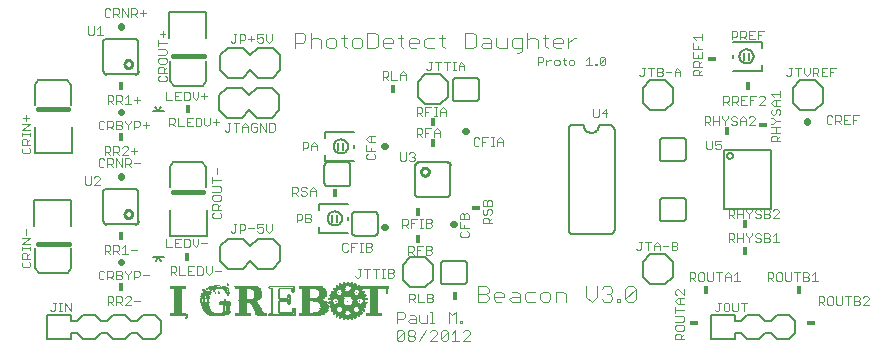
<source format=gto>
G75*
G70*
%OFA0B0*%
%FSLAX24Y24*%
%IPPOS*%
%LPD*%
%AMOC8*
5,1,8,0,0,1.08239X$1,22.5*
%
%ADD10R,0.0020X0.0020*%
%ADD11R,0.0059X0.0020*%
%ADD12R,0.0039X0.0020*%
%ADD13R,0.0079X0.0020*%
%ADD14R,0.0098X0.0020*%
%ADD15R,0.0335X0.0020*%
%ADD16R,0.0571X0.0020*%
%ADD17R,0.0787X0.0020*%
%ADD18R,0.0610X0.0020*%
%ADD19R,0.0512X0.0020*%
%ADD20R,0.0531X0.0020*%
%ADD21R,0.0354X0.0020*%
%ADD22R,0.0906X0.0020*%
%ADD23R,0.0748X0.0020*%
%ADD24R,0.0197X0.0020*%
%ADD25R,0.0374X0.0020*%
%ADD26R,0.0807X0.0020*%
%ADD27R,0.0315X0.0020*%
%ADD28R,0.0709X0.0020*%
%ADD29R,0.0157X0.0020*%
%ADD30R,0.0866X0.0020*%
%ADD31R,0.0394X0.0020*%
%ADD32R,0.0472X0.0020*%
%ADD33R,0.0886X0.0020*%
%ADD34R,0.0413X0.0020*%
%ADD35R,0.0256X0.0020*%
%ADD36R,0.0276X0.0020*%
%ADD37R,0.0295X0.0020*%
%ADD38R,0.0453X0.0020*%
%ADD39R,0.0118X0.0020*%
%ADD40R,0.0177X0.0020*%
%ADD41R,0.0138X0.0020*%
%ADD42R,0.0433X0.0020*%
%ADD43R,0.1535X0.0020*%
%ADD44R,0.1201X0.0020*%
%ADD45R,0.0492X0.0020*%
%ADD46R,0.0236X0.0020*%
%ADD47R,0.0217X0.0020*%
%ADD48R,0.0630X0.0020*%
%ADD49R,0.0591X0.0020*%
%ADD50R,0.0650X0.0020*%
%ADD51R,0.0728X0.0020*%
%ADD52R,0.0689X0.0020*%
%ADD53R,0.1240X0.0020*%
%ADD54R,0.0846X0.0020*%
%ADD55R,0.1280X0.0020*%
%ADD56R,0.0827X0.0020*%
%ADD57R,0.0669X0.0020*%
%ADD58R,0.0768X0.0020*%
%ADD59R,0.1299X0.0020*%
%ADD60R,0.1339X0.0020*%
%ADD61C,0.0030*%
%ADD62C,0.0040*%
%ADD63C,0.0010*%
%ADD64C,0.0060*%
%ADD65C,0.0100*%
%ADD66C,0.0080*%
%ADD67C,0.0220*%
%ADD68C,0.0157*%
%ADD69R,0.0180X0.0300*%
%ADD70C,0.0050*%
%ADD71R,0.0300X0.0180*%
D10*
X013455Y007937D03*
X013455Y007996D03*
X013809Y008154D03*
X013829Y008233D03*
X013947Y008154D03*
X013947Y008115D03*
X014045Y008174D03*
X013986Y008351D03*
X014124Y008351D03*
X014340Y008430D03*
X014380Y008292D03*
X014380Y008252D03*
X014380Y008233D03*
X014380Y008213D03*
X014380Y008193D03*
X014380Y008174D03*
X014380Y008154D03*
X014281Y007859D03*
X014242Y007859D03*
X017982Y008390D03*
X018061Y008154D03*
X018336Y007859D03*
X018750Y007859D03*
X018750Y007878D03*
X018632Y008154D03*
X018592Y007268D03*
X018218Y007229D03*
X018100Y007268D03*
X017982Y007327D03*
D11*
X017982Y007347D03*
X018336Y007229D03*
X018474Y007248D03*
X018592Y007288D03*
X018789Y007426D03*
X018868Y007524D03*
X018218Y008489D03*
X016565Y007445D03*
X016565Y007426D03*
X016053Y007485D03*
X016053Y007504D03*
X016053Y007524D03*
X016053Y007544D03*
X016053Y007563D03*
X016053Y007583D03*
X016053Y007603D03*
X016053Y007622D03*
X016053Y007642D03*
X016053Y007662D03*
X016053Y007681D03*
X016053Y007701D03*
X016053Y007721D03*
X016053Y007741D03*
X016053Y007760D03*
X016053Y007780D03*
X016053Y007800D03*
X016053Y007819D03*
X016053Y007839D03*
X016053Y007977D03*
X016053Y007996D03*
X016053Y008016D03*
X016053Y008036D03*
X016053Y008056D03*
X016053Y008075D03*
X016053Y008095D03*
X016053Y008115D03*
X016053Y008134D03*
X016053Y008154D03*
X016053Y008174D03*
X016053Y008193D03*
X016053Y008213D03*
X016053Y008233D03*
X016053Y008252D03*
X014340Y008370D03*
X014340Y008410D03*
X014301Y008134D03*
X014340Y008036D03*
X014262Y007878D03*
X014203Y007701D03*
X014203Y007681D03*
X014203Y007662D03*
X014045Y008154D03*
X013770Y008233D03*
X013632Y008252D03*
X013455Y007839D03*
X012962Y007307D03*
X012943Y007268D03*
D12*
X013445Y007819D03*
X013445Y007859D03*
X013445Y007878D03*
X013445Y007898D03*
X013445Y007918D03*
X013523Y008233D03*
X013543Y008252D03*
X013878Y008193D03*
X013898Y008233D03*
X014055Y008115D03*
X014252Y007898D03*
X014370Y008134D03*
X015709Y008311D03*
X015827Y008252D03*
X015827Y008233D03*
X015827Y008213D03*
X015827Y008193D03*
X015827Y008174D03*
X015827Y008154D03*
X015827Y008134D03*
X015827Y008115D03*
X015827Y008095D03*
X015827Y008075D03*
X015827Y008056D03*
X015827Y008036D03*
X015827Y008016D03*
X015827Y007996D03*
X015827Y007977D03*
X015827Y007957D03*
X015827Y007937D03*
X015827Y007918D03*
X015827Y007898D03*
X015827Y007878D03*
X015827Y007859D03*
X015827Y007839D03*
X015827Y007819D03*
X015827Y007800D03*
X015827Y007780D03*
X015827Y007760D03*
X015827Y007741D03*
X015827Y007721D03*
X015827Y007701D03*
X015827Y007681D03*
X015827Y007662D03*
X015827Y007642D03*
X015827Y007622D03*
X015827Y007603D03*
X015827Y007583D03*
X015827Y007563D03*
X015827Y007544D03*
X015827Y007524D03*
X015827Y007504D03*
X015827Y007485D03*
X015827Y007465D03*
X016338Y007780D03*
X016338Y007800D03*
X016338Y007819D03*
X016338Y007839D03*
X016398Y007839D03*
X016398Y007859D03*
X016398Y007878D03*
X016398Y007898D03*
X016398Y007918D03*
X016398Y007937D03*
X016398Y007957D03*
X016398Y007977D03*
X016398Y007996D03*
X016398Y008016D03*
X016398Y008036D03*
X016338Y008036D03*
X016338Y008016D03*
X016338Y007996D03*
X016338Y007977D03*
X016398Y007819D03*
X016398Y007800D03*
X016398Y007780D03*
X016496Y008174D03*
X016496Y008193D03*
X016496Y008213D03*
X016496Y008233D03*
X016496Y008252D03*
X016555Y008252D03*
X016555Y008233D03*
X016555Y008213D03*
X016555Y008193D03*
X016555Y008174D03*
X016555Y008272D03*
X016555Y008292D03*
X016555Y008311D03*
X017933Y007859D03*
X017815Y007524D03*
X017894Y007426D03*
X018464Y007229D03*
X018701Y008390D03*
X018583Y008449D03*
X018464Y008489D03*
X018090Y008449D03*
D13*
X018090Y008430D03*
X017992Y008370D03*
X018209Y008469D03*
X018346Y008469D03*
X018346Y008489D03*
X018464Y008469D03*
X018464Y008449D03*
X018583Y008430D03*
X018701Y008370D03*
X018701Y007347D03*
X018464Y007268D03*
X018346Y007248D03*
X018209Y007248D03*
X018090Y007288D03*
X014350Y008390D03*
X014291Y008174D03*
X014291Y008154D03*
X014055Y008134D03*
X013878Y008213D03*
X013681Y007898D03*
X013681Y007878D03*
X013543Y007878D03*
X013543Y007859D03*
X013543Y007898D03*
X013543Y007918D03*
X013543Y007937D03*
X014212Y007642D03*
X014212Y007622D03*
X014212Y007603D03*
X014212Y007583D03*
X014212Y007563D03*
X014212Y007544D03*
X012972Y007347D03*
X012972Y007327D03*
X012953Y007288D03*
D14*
X012982Y007367D03*
X013553Y007819D03*
X013553Y007839D03*
X013671Y007839D03*
X013671Y007859D03*
X013691Y007918D03*
X013553Y007996D03*
X013770Y008213D03*
X014203Y008351D03*
X014281Y008193D03*
X014340Y008075D03*
X014340Y008056D03*
X016368Y008056D03*
X016368Y008075D03*
X016525Y008134D03*
X016525Y008154D03*
X016368Y007760D03*
X016368Y007741D03*
X017805Y007859D03*
X017805Y007878D03*
X018218Y008449D03*
X018336Y008449D03*
X018888Y007878D03*
X018888Y007859D03*
X018888Y007839D03*
X018336Y007268D03*
X018218Y007268D03*
X019655Y008115D03*
X019655Y008134D03*
X019655Y008154D03*
X019655Y008174D03*
X019655Y008193D03*
X019655Y008213D03*
X019655Y008233D03*
X019655Y008252D03*
D15*
X018573Y007386D03*
X018336Y007288D03*
X018120Y007386D03*
X017510Y007504D03*
X017470Y007839D03*
X017451Y008252D03*
X018120Y008331D03*
X018336Y008430D03*
X016191Y007957D03*
X016191Y007937D03*
X016191Y007859D03*
X015285Y008252D03*
X014242Y007839D03*
X013986Y007367D03*
D16*
X016309Y007465D03*
X018336Y007347D03*
X018336Y007327D03*
X018336Y007307D03*
X018651Y008016D03*
X018336Y008390D03*
X018336Y008410D03*
D17*
X017106Y008331D03*
X018346Y007367D03*
D18*
X018041Y008016D03*
X012726Y007406D03*
X012726Y007386D03*
D19*
X012677Y007426D03*
X012677Y007445D03*
X012677Y008272D03*
X012677Y008292D03*
X012677Y008311D03*
X012677Y008331D03*
X012677Y008351D03*
X013996Y007386D03*
X017972Y007957D03*
X018012Y007721D03*
X018661Y007721D03*
X018720Y007957D03*
X019212Y007445D03*
X019212Y007426D03*
X019212Y007406D03*
X019212Y007386D03*
D20*
X014833Y007386D03*
X014833Y007406D03*
X014833Y007426D03*
X014833Y007445D03*
D21*
X015472Y007406D03*
X015472Y007386D03*
X017480Y007485D03*
X017401Y007957D03*
X018130Y008351D03*
D22*
X016142Y007406D03*
X016142Y007386D03*
D23*
X017086Y007386D03*
D24*
X017874Y007544D03*
X017874Y007563D03*
X017894Y007622D03*
X017795Y007780D03*
X017795Y007937D03*
X017894Y008095D03*
X017874Y008154D03*
X017874Y008174D03*
X018169Y008233D03*
X018090Y007918D03*
X018583Y007918D03*
X018583Y007898D03*
X018583Y007819D03*
X018583Y007800D03*
X018819Y007563D03*
X018898Y007937D03*
X018819Y008154D03*
X018819Y008174D03*
X018799Y008193D03*
X014153Y007800D03*
X013799Y007406D03*
D25*
X013809Y007445D03*
X014124Y007406D03*
X014242Y007760D03*
X014242Y007780D03*
X014242Y007819D03*
X015462Y007445D03*
X015462Y007426D03*
D26*
X014970Y008311D03*
X017116Y007406D03*
D27*
X017520Y007524D03*
X017539Y007544D03*
X017559Y007603D03*
X017520Y007800D03*
X017500Y007819D03*
X018110Y007426D03*
X018110Y007406D03*
X018563Y007406D03*
X018583Y007426D03*
X018110Y008311D03*
X016201Y007918D03*
X016201Y007878D03*
X015197Y007800D03*
X013779Y008272D03*
X013602Y008095D03*
X013602Y008075D03*
X013583Y007800D03*
D28*
X014016Y007426D03*
X013996Y008292D03*
X017185Y007937D03*
D29*
X017775Y007819D03*
X017894Y007603D03*
X018189Y007504D03*
X018209Y007524D03*
X018583Y007839D03*
X018583Y007878D03*
X018898Y007898D03*
X018898Y007819D03*
X018740Y008233D03*
X018189Y008213D03*
X017953Y008233D03*
X017894Y008115D03*
X015768Y008272D03*
X015768Y008292D03*
X015768Y007445D03*
X015768Y007426D03*
X014350Y007544D03*
X014350Y007563D03*
X014350Y007583D03*
X014350Y007603D03*
X014350Y007800D03*
X014232Y008252D03*
X013523Y008016D03*
X013523Y007977D03*
D30*
X017146Y007426D03*
D31*
X018051Y007445D03*
X018071Y007485D03*
X018622Y007485D03*
X018051Y008272D03*
X014212Y007445D03*
D32*
X016279Y007445D03*
X017992Y007977D03*
X018346Y008075D03*
X018681Y007977D03*
X018681Y007741D03*
X018346Y007642D03*
D33*
X017155Y007445D03*
X017155Y008272D03*
X016132Y008331D03*
X016132Y008351D03*
D34*
X017392Y007859D03*
X018061Y008252D03*
X018061Y008292D03*
X018336Y008174D03*
X018336Y008154D03*
X018336Y008134D03*
X018336Y008115D03*
X018632Y008252D03*
X018336Y007603D03*
X018336Y007583D03*
X018336Y007563D03*
X018336Y007544D03*
X018061Y007465D03*
X018632Y007465D03*
X018632Y007445D03*
D35*
X016959Y007465D03*
X016959Y007485D03*
X016959Y007504D03*
X016959Y007524D03*
X016959Y007544D03*
X016959Y007563D03*
X016959Y007583D03*
X016959Y007603D03*
X016959Y007622D03*
X016959Y007642D03*
X016959Y007662D03*
X016959Y007681D03*
X016959Y007701D03*
X016959Y007721D03*
X016959Y007741D03*
X016959Y007760D03*
X016959Y007780D03*
X016959Y007800D03*
X016959Y007819D03*
X016959Y007839D03*
X016959Y007859D03*
X016959Y007957D03*
X016959Y007977D03*
X016959Y007996D03*
X016959Y008016D03*
X016959Y008036D03*
X016959Y008056D03*
X016959Y008075D03*
X016959Y008095D03*
X016959Y008115D03*
X016959Y008134D03*
X016959Y008154D03*
X016959Y008174D03*
X016959Y008193D03*
X016959Y008213D03*
X016959Y008233D03*
X016959Y008252D03*
X014833Y008252D03*
X014833Y008233D03*
X014833Y008213D03*
X014833Y008193D03*
X014833Y008174D03*
X014833Y008154D03*
X014833Y008134D03*
X014833Y008115D03*
X014833Y008095D03*
X014833Y008075D03*
X014833Y008056D03*
X014833Y008036D03*
X014833Y008016D03*
X014833Y007996D03*
X014833Y007977D03*
X014833Y007957D03*
X014833Y007937D03*
X014833Y007918D03*
X014833Y007800D03*
X014833Y007780D03*
X014833Y007760D03*
X014833Y007741D03*
X014833Y007721D03*
X014833Y007701D03*
X014833Y007681D03*
X014833Y007662D03*
X014833Y007642D03*
X014833Y007622D03*
X014833Y007603D03*
X014833Y007583D03*
X014833Y007563D03*
X014833Y007544D03*
X014833Y007524D03*
X014833Y007504D03*
X014833Y007485D03*
X014833Y007465D03*
X014301Y007485D03*
X014301Y007504D03*
X014301Y007524D03*
X014301Y007721D03*
X014301Y007741D03*
X013691Y007504D03*
X013671Y007524D03*
X012667Y007524D03*
X012667Y007504D03*
X012667Y007485D03*
X012667Y007465D03*
X012667Y007544D03*
X012667Y007563D03*
X012667Y007583D03*
X012667Y007603D03*
X012667Y007622D03*
X012667Y007642D03*
X012667Y007662D03*
X012667Y007681D03*
X012667Y007701D03*
X012667Y007721D03*
X012667Y007741D03*
X012667Y007760D03*
X012667Y007780D03*
X012667Y007800D03*
X012667Y007819D03*
X012667Y007839D03*
X012667Y007859D03*
X012667Y007878D03*
X012667Y007898D03*
X012667Y007918D03*
X012667Y007937D03*
X012667Y007957D03*
X012667Y007977D03*
X012667Y007996D03*
X012667Y008016D03*
X012667Y008036D03*
X012667Y008056D03*
X012667Y008075D03*
X012667Y008095D03*
X012667Y008115D03*
X012667Y008134D03*
X012667Y008154D03*
X012667Y008174D03*
X012667Y008193D03*
X012667Y008213D03*
X012667Y008233D03*
X012667Y008252D03*
X013632Y008134D03*
D36*
X013642Y008154D03*
X013661Y008174D03*
X013661Y008193D03*
X013602Y007681D03*
X013602Y007662D03*
X013622Y007622D03*
X013622Y007603D03*
X013642Y007583D03*
X013642Y007563D03*
X013661Y007544D03*
X013720Y007485D03*
X013740Y007465D03*
X015256Y007741D03*
X015275Y007701D03*
X015295Y007662D03*
X015315Y007642D03*
X015315Y007622D03*
X015335Y007603D03*
X015335Y007583D03*
X015354Y007563D03*
X015354Y007544D03*
X015374Y007524D03*
X015374Y007504D03*
X015394Y007485D03*
X015315Y007957D03*
X015335Y007977D03*
X015354Y007996D03*
X015354Y008016D03*
X015354Y008036D03*
X015354Y008056D03*
X015354Y008075D03*
X015354Y008095D03*
X015354Y008115D03*
X015354Y008134D03*
X015354Y008154D03*
X015354Y008174D03*
X015335Y008193D03*
X017480Y007996D03*
X017500Y008016D03*
X017500Y008036D03*
X017520Y008056D03*
X017520Y008075D03*
X017520Y008095D03*
X017520Y008115D03*
X017520Y008134D03*
X017520Y008154D03*
X017520Y008174D03*
X017500Y008193D03*
X017874Y008075D03*
X017874Y007642D03*
X018819Y007642D03*
X019212Y007642D03*
X019212Y007622D03*
X019212Y007603D03*
X019212Y007583D03*
X019212Y007563D03*
X019212Y007544D03*
X019212Y007524D03*
X019212Y007504D03*
X019212Y007485D03*
X019212Y007465D03*
X019212Y007662D03*
X019212Y007681D03*
X019212Y007701D03*
X019212Y007721D03*
X019212Y007741D03*
X019212Y007760D03*
X019212Y007780D03*
X019212Y007800D03*
X019212Y007819D03*
X019212Y007839D03*
X019212Y007859D03*
X019212Y007878D03*
X019212Y007898D03*
X019212Y007918D03*
X019212Y007937D03*
X019212Y007957D03*
X019212Y007977D03*
X019212Y007996D03*
X019212Y008016D03*
X019212Y008036D03*
X019212Y008056D03*
X019212Y008075D03*
X019212Y008095D03*
X019212Y008115D03*
X019212Y008134D03*
X019212Y008154D03*
X019212Y008174D03*
X019212Y008193D03*
X019212Y008213D03*
X019212Y008233D03*
X019212Y008252D03*
X018819Y008075D03*
D37*
X017569Y007701D03*
X017549Y007721D03*
X017549Y007741D03*
X017549Y007760D03*
X017529Y007780D03*
X017569Y007642D03*
X017569Y007622D03*
X017549Y007583D03*
X017549Y007563D03*
X017451Y007977D03*
X017490Y008213D03*
X017470Y008233D03*
X015325Y008213D03*
X015305Y008233D03*
X015305Y007937D03*
X015285Y007918D03*
X015226Y007780D03*
X015246Y007760D03*
X015266Y007721D03*
X015285Y007681D03*
X015403Y007465D03*
X014281Y007465D03*
X013612Y007642D03*
X013592Y007701D03*
X013592Y007721D03*
X013592Y007741D03*
X013592Y007760D03*
X013592Y007780D03*
X013592Y007957D03*
X013592Y008036D03*
X013592Y008056D03*
X013612Y008115D03*
X014242Y008272D03*
D38*
X016270Y008292D03*
X017411Y007465D03*
X018336Y008095D03*
D39*
X017933Y008213D03*
X017795Y007839D03*
X017913Y007524D03*
X017933Y007504D03*
X018760Y007524D03*
X016535Y007524D03*
X016535Y007504D03*
X016535Y007485D03*
X016535Y007544D03*
X016535Y007563D03*
X016535Y007583D03*
X016535Y007603D03*
X014331Y008095D03*
X014331Y008115D03*
X014272Y008213D03*
X014212Y008331D03*
X013681Y008016D03*
X013681Y007996D03*
X013681Y007977D03*
X013681Y007937D03*
X013681Y007819D03*
X013563Y008213D03*
D40*
X013809Y008252D03*
X013868Y008351D03*
X013966Y008370D03*
X017785Y007918D03*
X017785Y007800D03*
X017884Y007583D03*
X018100Y007819D03*
X018100Y007839D03*
X018100Y007859D03*
X018100Y007878D03*
X018100Y007898D03*
X018218Y008193D03*
X018474Y008193D03*
X018494Y008213D03*
X018514Y008233D03*
X018789Y008115D03*
X018789Y008095D03*
X018809Y008134D03*
X018907Y007918D03*
X018907Y007800D03*
X018789Y007622D03*
X018789Y007603D03*
X018809Y007583D03*
X018809Y007544D03*
X018494Y007504D03*
X018474Y007524D03*
X018573Y007859D03*
X017884Y008134D03*
X017884Y008193D03*
D41*
X017785Y007898D03*
X018750Y008213D03*
X018750Y007504D03*
X014360Y007622D03*
X014360Y007642D03*
X014360Y007662D03*
X014360Y007681D03*
X014360Y007701D03*
X014262Y008233D03*
D42*
X018346Y007622D03*
D43*
X018189Y007662D03*
X018189Y007681D03*
D44*
X018336Y007701D03*
D45*
X018002Y007741D03*
X017982Y007760D03*
X018022Y007996D03*
X018671Y007996D03*
X018710Y007760D03*
X016270Y008272D03*
D46*
X018090Y007937D03*
X018090Y007780D03*
X018602Y007780D03*
D47*
X018592Y007937D03*
X018888Y007780D03*
X018100Y007800D03*
X013829Y008331D03*
D48*
X015020Y007819D03*
D49*
X015000Y007839D03*
X015000Y007859D03*
X018346Y008370D03*
D50*
X017155Y007918D03*
X015029Y007878D03*
D51*
X017195Y007878D03*
D52*
X017175Y007898D03*
X017057Y008351D03*
X015049Y007898D03*
D53*
X018336Y008036D03*
X018336Y008056D03*
D54*
X017136Y008292D03*
X015010Y008272D03*
D55*
X019065Y008272D03*
X019065Y008292D03*
X019065Y008311D03*
D56*
X017126Y008311D03*
X014980Y008292D03*
D57*
X014921Y008351D03*
X014016Y008311D03*
D58*
X014951Y008331D03*
D59*
X019055Y008331D03*
D60*
X019035Y008351D03*
D61*
X018983Y008654D02*
X018983Y008944D01*
X018886Y008944D02*
X019080Y008944D01*
X019181Y008944D02*
X019374Y008944D01*
X019278Y008944D02*
X019278Y008654D01*
X019475Y008654D02*
X019572Y008654D01*
X019524Y008654D02*
X019524Y008944D01*
X019572Y008944D02*
X019475Y008944D01*
X019672Y008944D02*
X019672Y008654D01*
X019817Y008654D01*
X019865Y008703D01*
X019865Y008751D01*
X019817Y008799D01*
X019672Y008799D01*
X019817Y008799D02*
X019865Y008848D01*
X019865Y008896D01*
X019817Y008944D01*
X019672Y008944D01*
X019083Y009526D02*
X018938Y009526D01*
X018938Y009816D01*
X019083Y009816D01*
X019132Y009768D01*
X019132Y009720D01*
X019083Y009671D01*
X018938Y009671D01*
X019083Y009671D02*
X019132Y009623D01*
X019132Y009574D01*
X019083Y009526D01*
X018839Y009526D02*
X018742Y009526D01*
X018790Y009526D02*
X018790Y009816D01*
X018742Y009816D02*
X018839Y009816D01*
X018641Y009816D02*
X018447Y009816D01*
X018447Y009526D01*
X018346Y009574D02*
X018298Y009526D01*
X018201Y009526D01*
X018153Y009574D01*
X018153Y009768D01*
X018201Y009816D01*
X018298Y009816D01*
X018346Y009768D01*
X018447Y009671D02*
X018544Y009671D01*
X018688Y008944D02*
X018785Y008944D01*
X018737Y008944D02*
X018737Y008703D01*
X018688Y008654D01*
X018640Y008654D01*
X018591Y008703D01*
X020384Y008123D02*
X020384Y007832D01*
X020384Y007929D02*
X020529Y007929D01*
X020577Y007978D01*
X020577Y008074D01*
X020529Y008123D01*
X020384Y008123D01*
X020480Y007929D02*
X020577Y007832D01*
X020678Y007832D02*
X020872Y007832D01*
X020973Y007832D02*
X021118Y007832D01*
X021166Y007881D01*
X021166Y007929D01*
X021118Y007978D01*
X020973Y007978D01*
X020973Y008123D02*
X020973Y007832D01*
X021118Y007978D02*
X021166Y008026D01*
X021166Y008074D01*
X021118Y008123D01*
X020973Y008123D01*
X020678Y008123D02*
X020678Y007832D01*
X020720Y007395D02*
X020720Y007210D01*
X020782Y007148D01*
X020967Y007148D01*
X020967Y007395D01*
X021089Y007519D02*
X021150Y007519D01*
X021150Y007148D01*
X021089Y007148D02*
X021212Y007148D01*
X021254Y006909D02*
X021131Y006909D01*
X021069Y006847D01*
X020948Y006909D02*
X020701Y006538D01*
X020579Y006600D02*
X020518Y006538D01*
X020394Y006538D01*
X020332Y006600D01*
X020332Y006662D01*
X020394Y006723D01*
X020518Y006723D01*
X020579Y006662D01*
X020579Y006600D01*
X020518Y006723D02*
X020579Y006785D01*
X020579Y006847D01*
X020518Y006909D01*
X020394Y006909D01*
X020332Y006847D01*
X020332Y006785D01*
X020394Y006723D01*
X020211Y006600D02*
X020149Y006538D01*
X020026Y006538D01*
X019964Y006600D01*
X020211Y006847D01*
X020211Y006600D01*
X020211Y006847D02*
X020149Y006909D01*
X020026Y006909D01*
X019964Y006847D01*
X019964Y006600D01*
X019984Y007148D02*
X019984Y007519D01*
X020169Y007519D01*
X020231Y007457D01*
X020231Y007334D01*
X020169Y007272D01*
X019984Y007272D01*
X020352Y007210D02*
X020414Y007272D01*
X020599Y007272D01*
X020599Y007334D02*
X020599Y007148D01*
X020414Y007148D01*
X020352Y007210D01*
X020414Y007395D02*
X020537Y007395D01*
X020599Y007334D01*
X021254Y006909D02*
X021316Y006847D01*
X021316Y006785D01*
X021069Y006538D01*
X021316Y006538D01*
X021437Y006600D02*
X021499Y006538D01*
X021622Y006538D01*
X021684Y006600D01*
X021684Y006847D01*
X021437Y006600D01*
X021437Y006847D01*
X021499Y006909D01*
X021622Y006909D01*
X021684Y006847D01*
X021806Y006785D02*
X021929Y006909D01*
X021929Y006538D01*
X021806Y006538D02*
X022053Y006538D01*
X022174Y006538D02*
X022421Y006785D01*
X022421Y006847D01*
X022359Y006909D01*
X022236Y006909D01*
X022174Y006847D01*
X022133Y007148D02*
X022071Y007148D01*
X022071Y007210D01*
X022133Y007210D01*
X022133Y007148D01*
X021949Y007148D02*
X021949Y007519D01*
X021826Y007395D01*
X021703Y007519D01*
X021703Y007148D01*
X022174Y006538D02*
X022421Y006538D01*
X021083Y009426D02*
X020938Y009426D01*
X020938Y009716D01*
X021083Y009716D01*
X021132Y009668D01*
X021132Y009620D01*
X021083Y009571D01*
X020938Y009571D01*
X021083Y009571D02*
X021132Y009523D01*
X021132Y009474D01*
X021083Y009426D01*
X020740Y009571D02*
X020644Y009571D01*
X020543Y009571D02*
X020494Y009523D01*
X020349Y009523D01*
X020446Y009523D02*
X020543Y009426D01*
X020644Y009426D02*
X020644Y009716D01*
X020837Y009716D01*
X020543Y009668D02*
X020543Y009571D01*
X020543Y009668D02*
X020494Y009716D01*
X020349Y009716D01*
X020349Y009426D01*
X020346Y010326D02*
X020249Y010423D01*
X020298Y010423D02*
X020153Y010423D01*
X020153Y010326D02*
X020153Y010616D01*
X020298Y010616D01*
X020346Y010568D01*
X020346Y010471D01*
X020298Y010423D01*
X020447Y010471D02*
X020544Y010471D01*
X020447Y010326D02*
X020447Y010616D01*
X020641Y010616D01*
X020742Y010616D02*
X020839Y010616D01*
X020790Y010616D02*
X020790Y010326D01*
X020742Y010326D02*
X020839Y010326D01*
X020938Y010326D02*
X021083Y010326D01*
X021132Y010374D01*
X021132Y010423D01*
X021083Y010471D01*
X020938Y010471D01*
X020938Y010326D02*
X020938Y010616D01*
X021083Y010616D01*
X021132Y010568D01*
X021132Y010520D01*
X021083Y010471D01*
X022083Y010500D02*
X022083Y010307D01*
X022373Y010307D01*
X022325Y010206D02*
X022373Y010157D01*
X022373Y010061D01*
X022325Y010012D01*
X022131Y010012D01*
X022083Y010061D01*
X022083Y010157D01*
X022131Y010206D01*
X022228Y010307D02*
X022228Y010404D01*
X022228Y010601D02*
X022228Y010747D01*
X022276Y010795D01*
X022325Y010795D01*
X022373Y010747D01*
X022373Y010601D01*
X022083Y010601D01*
X022083Y010747D01*
X022131Y010795D01*
X022179Y010795D01*
X022228Y010747D01*
X022845Y010806D02*
X022845Y010903D01*
X022893Y010951D01*
X022990Y010903D02*
X023038Y010951D01*
X023087Y010951D01*
X023135Y010903D01*
X023135Y010806D01*
X023087Y010758D01*
X022990Y010806D02*
X022990Y010903D01*
X022990Y010806D02*
X022942Y010758D01*
X022893Y010758D01*
X022845Y010806D01*
X022893Y010657D02*
X022845Y010608D01*
X022845Y010463D01*
X023135Y010463D01*
X023038Y010463D02*
X023038Y010608D01*
X022990Y010657D01*
X022893Y010657D01*
X023038Y010560D02*
X023135Y010657D01*
X023135Y011053D02*
X022845Y011053D01*
X022845Y011198D01*
X022893Y011246D01*
X022942Y011246D01*
X022990Y011198D01*
X022990Y011053D01*
X022990Y011198D02*
X023038Y011246D01*
X023087Y011246D01*
X023135Y011198D01*
X023135Y011053D01*
X020571Y012594D02*
X020523Y012546D01*
X020426Y012546D01*
X020378Y012594D01*
X020276Y012594D02*
X020276Y012836D01*
X020378Y012788D02*
X020426Y012836D01*
X020523Y012836D01*
X020571Y012788D01*
X020571Y012740D01*
X020523Y012691D01*
X020571Y012643D01*
X020571Y012594D01*
X020523Y012691D02*
X020474Y012691D01*
X020276Y012594D02*
X020228Y012546D01*
X020131Y012546D01*
X020083Y012594D01*
X020083Y012836D01*
X020633Y013346D02*
X020633Y013636D01*
X020778Y013636D01*
X020826Y013588D01*
X020826Y013491D01*
X020778Y013443D01*
X020633Y013443D01*
X020730Y013443D02*
X020826Y013346D01*
X020928Y013346D02*
X020928Y013636D01*
X021121Y013636D01*
X021222Y013540D02*
X021319Y013636D01*
X021416Y013540D01*
X021416Y013346D01*
X021416Y013491D02*
X021222Y013491D01*
X021222Y013540D02*
X021222Y013346D01*
X021024Y013491D02*
X020928Y013491D01*
X020928Y014046D02*
X020928Y014336D01*
X021121Y014336D01*
X021222Y014336D02*
X021319Y014336D01*
X021271Y014336D02*
X021271Y014046D01*
X021319Y014046D02*
X021222Y014046D01*
X021419Y014046D02*
X021419Y014240D01*
X021515Y014336D01*
X021612Y014240D01*
X021612Y014046D01*
X021612Y014191D02*
X021419Y014191D01*
X021024Y014191D02*
X020928Y014191D01*
X020826Y014191D02*
X020778Y014143D01*
X020633Y014143D01*
X020730Y014143D02*
X020826Y014046D01*
X020826Y014191D02*
X020826Y014288D01*
X020778Y014336D01*
X020633Y014336D01*
X020633Y014046D01*
X019253Y013379D02*
X019059Y013379D01*
X018963Y013282D01*
X019059Y013185D01*
X019253Y013185D01*
X019108Y013185D02*
X019108Y013379D01*
X018963Y013084D02*
X018963Y012891D01*
X019253Y012891D01*
X019205Y012790D02*
X019253Y012741D01*
X019253Y012644D01*
X019205Y012596D01*
X019011Y012596D01*
X018963Y012644D01*
X018963Y012741D01*
X019011Y012790D01*
X019108Y012891D02*
X019108Y012988D01*
X017320Y013042D02*
X017126Y013042D01*
X017126Y013091D02*
X017223Y013188D01*
X017320Y013091D01*
X017320Y012897D01*
X017126Y012897D02*
X017126Y013091D01*
X017025Y013139D02*
X017025Y013042D01*
X016977Y012994D01*
X016832Y012994D01*
X016832Y012897D02*
X016832Y013188D01*
X016977Y013188D01*
X017025Y013139D01*
X015903Y013571D02*
X015903Y013765D01*
X015855Y013813D01*
X015710Y013813D01*
X015710Y013523D01*
X015855Y013523D01*
X015903Y013571D01*
X015609Y013523D02*
X015609Y013813D01*
X015415Y013813D02*
X015415Y013523D01*
X015314Y013571D02*
X015314Y013668D01*
X015217Y013668D01*
X015120Y013765D02*
X015120Y013571D01*
X015169Y013523D01*
X015266Y013523D01*
X015314Y013571D01*
X015314Y013765D02*
X015266Y013813D01*
X015169Y013813D01*
X015120Y013765D01*
X015019Y013716D02*
X015019Y013523D01*
X015019Y013668D02*
X014826Y013668D01*
X014826Y013716D02*
X014922Y013813D01*
X015019Y013716D01*
X014826Y013716D02*
X014826Y013523D01*
X014628Y013523D02*
X014628Y013813D01*
X014531Y013813D02*
X014725Y013813D01*
X014430Y013813D02*
X014333Y013813D01*
X014382Y013813D02*
X014382Y013571D01*
X014333Y013523D01*
X014285Y013523D01*
X014236Y013571D01*
X014050Y013841D02*
X013856Y013841D01*
X013755Y013793D02*
X013755Y013986D01*
X013755Y013793D02*
X013658Y013696D01*
X013562Y013793D01*
X013562Y013986D01*
X013460Y013938D02*
X013460Y013744D01*
X013412Y013696D01*
X013267Y013696D01*
X013267Y013986D01*
X013412Y013986D01*
X013460Y013938D01*
X013166Y013986D02*
X012972Y013986D01*
X012972Y013696D01*
X013166Y013696D01*
X013069Y013841D02*
X012972Y013841D01*
X012871Y013696D02*
X012678Y013696D01*
X012678Y013986D01*
X012576Y013938D02*
X012576Y013841D01*
X012528Y013793D01*
X012383Y013793D01*
X012480Y013793D02*
X012576Y013696D01*
X012383Y013696D02*
X012383Y013986D01*
X012528Y013986D01*
X012576Y013938D01*
X012578Y014571D02*
X012771Y014571D01*
X012872Y014571D02*
X013017Y014571D01*
X013066Y014619D01*
X013066Y014813D01*
X013017Y014861D01*
X012872Y014861D01*
X012872Y014571D01*
X012674Y014716D02*
X012578Y014716D01*
X012578Y014861D02*
X012578Y014571D01*
X012476Y014571D02*
X012283Y014571D01*
X012283Y014861D01*
X012578Y014861D02*
X012771Y014861D01*
X013167Y014861D02*
X013167Y014668D01*
X013264Y014571D01*
X013360Y014668D01*
X013360Y014861D01*
X013462Y014716D02*
X013655Y014716D01*
X013558Y014813D02*
X013558Y014619D01*
X013953Y013938D02*
X013953Y013744D01*
X015415Y013813D02*
X015609Y013523D01*
X013972Y012295D02*
X013972Y012101D01*
X013826Y012000D02*
X013826Y011807D01*
X013826Y011904D02*
X014117Y011904D01*
X014068Y011706D02*
X013826Y011706D01*
X013826Y011512D02*
X014068Y011512D01*
X014117Y011561D01*
X014117Y011657D01*
X014068Y011706D01*
X014068Y011411D02*
X013875Y011411D01*
X013826Y011363D01*
X013826Y011266D01*
X013875Y011217D01*
X014068Y011217D01*
X014117Y011266D01*
X014117Y011363D01*
X014068Y011411D01*
X014117Y011116D02*
X014020Y011020D01*
X014020Y011068D02*
X014020Y010923D01*
X014117Y010923D02*
X013826Y010923D01*
X013826Y011068D01*
X013875Y011116D01*
X013972Y011116D01*
X014020Y011068D01*
X014068Y010822D02*
X014117Y010773D01*
X014117Y010677D01*
X014068Y010628D01*
X013875Y010628D01*
X013826Y010677D01*
X013826Y010773D01*
X013875Y010822D01*
X014533Y010442D02*
X014630Y010442D01*
X014582Y010442D02*
X014582Y010200D01*
X014533Y010152D01*
X014485Y010152D01*
X014436Y010200D01*
X014731Y010152D02*
X014731Y010442D01*
X014876Y010442D01*
X014925Y010394D01*
X014925Y010297D01*
X014876Y010249D01*
X014731Y010249D01*
X015026Y010297D02*
X015219Y010297D01*
X015320Y010297D02*
X015417Y010345D01*
X015466Y010345D01*
X015514Y010297D01*
X015514Y010200D01*
X015466Y010152D01*
X015369Y010152D01*
X015320Y010200D01*
X015320Y010297D02*
X015320Y010442D01*
X015514Y010442D01*
X015615Y010442D02*
X015615Y010249D01*
X015712Y010152D01*
X015809Y010249D01*
X015809Y010442D01*
X016632Y010497D02*
X016632Y010788D01*
X016777Y010788D01*
X016825Y010739D01*
X016825Y010642D01*
X016777Y010594D01*
X016632Y010594D01*
X016926Y010642D02*
X017072Y010642D01*
X017120Y010594D01*
X017120Y010546D01*
X017072Y010497D01*
X016926Y010497D01*
X016926Y010788D01*
X017072Y010788D01*
X017120Y010739D01*
X017120Y010691D01*
X017072Y010642D01*
X017071Y011389D02*
X017071Y011583D01*
X017168Y011680D01*
X017265Y011583D01*
X017265Y011389D01*
X017265Y011535D02*
X017071Y011535D01*
X016970Y011486D02*
X016970Y011438D01*
X016922Y011389D01*
X016825Y011389D01*
X016776Y011438D01*
X016825Y011535D02*
X016922Y011535D01*
X016970Y011486D01*
X016970Y011631D02*
X016922Y011680D01*
X016825Y011680D01*
X016776Y011631D01*
X016776Y011583D01*
X016825Y011535D01*
X016675Y011535D02*
X016627Y011486D01*
X016482Y011486D01*
X016579Y011486D02*
X016675Y011389D01*
X016675Y011535D02*
X016675Y011631D01*
X016627Y011680D01*
X016482Y011680D01*
X016482Y011389D01*
X013655Y009816D02*
X013462Y009816D01*
X013360Y009768D02*
X013360Y009961D01*
X013167Y009961D02*
X013167Y009768D01*
X013264Y009671D01*
X013360Y009768D01*
X013066Y009719D02*
X013066Y009913D01*
X013017Y009961D01*
X012872Y009961D01*
X012872Y009671D01*
X013017Y009671D01*
X013066Y009719D01*
X012771Y009671D02*
X012578Y009671D01*
X012578Y009961D01*
X012771Y009961D01*
X012674Y009816D02*
X012578Y009816D01*
X012476Y009671D02*
X012283Y009671D01*
X012283Y009961D01*
X011310Y009591D02*
X011117Y009591D01*
X011016Y009446D02*
X010822Y009446D01*
X010919Y009446D02*
X010919Y009736D01*
X010822Y009640D01*
X010721Y009688D02*
X010721Y009591D01*
X010673Y009543D01*
X010528Y009543D01*
X010624Y009543D02*
X010721Y009446D01*
X010528Y009446D02*
X010528Y009736D01*
X010673Y009736D01*
X010721Y009688D01*
X010426Y009688D02*
X010426Y009591D01*
X010378Y009543D01*
X010233Y009543D01*
X010330Y009543D02*
X010426Y009446D01*
X010233Y009446D02*
X010233Y009736D01*
X010378Y009736D01*
X010426Y009688D01*
X010473Y008886D02*
X010521Y008838D01*
X010521Y008741D01*
X010473Y008693D01*
X010328Y008693D01*
X010424Y008693D02*
X010521Y008596D01*
X010622Y008596D02*
X010767Y008596D01*
X010816Y008644D01*
X010816Y008693D01*
X010767Y008741D01*
X010622Y008741D01*
X010622Y008596D02*
X010622Y008886D01*
X010767Y008886D01*
X010816Y008838D01*
X010816Y008790D01*
X010767Y008741D01*
X010917Y008838D02*
X011014Y008741D01*
X011014Y008596D01*
X011014Y008741D02*
X011110Y008838D01*
X011110Y008886D01*
X011212Y008886D02*
X011357Y008886D01*
X011405Y008838D01*
X011405Y008741D01*
X011357Y008693D01*
X011212Y008693D01*
X011212Y008596D02*
X011212Y008886D01*
X010917Y008886D02*
X010917Y008838D01*
X010473Y008886D02*
X010328Y008886D01*
X010328Y008596D01*
X010226Y008644D02*
X010178Y008596D01*
X010081Y008596D01*
X010033Y008644D01*
X010033Y008838D01*
X010081Y008886D01*
X010178Y008886D01*
X010226Y008838D01*
X010333Y008036D02*
X010478Y008036D01*
X010526Y007988D01*
X010526Y007891D01*
X010478Y007843D01*
X010333Y007843D01*
X010430Y007843D02*
X010526Y007746D01*
X010628Y007746D02*
X010628Y008036D01*
X010773Y008036D01*
X010821Y007988D01*
X010821Y007891D01*
X010773Y007843D01*
X010628Y007843D01*
X010724Y007843D02*
X010821Y007746D01*
X010922Y007746D02*
X011116Y007940D01*
X011116Y007988D01*
X011067Y008036D01*
X010971Y008036D01*
X010922Y007988D01*
X010922Y007746D02*
X011116Y007746D01*
X011217Y007891D02*
X011410Y007891D01*
X010333Y007746D02*
X010333Y008036D01*
X009105Y007821D02*
X009105Y007530D01*
X008911Y007821D01*
X008911Y007530D01*
X008811Y007530D02*
X008715Y007530D01*
X008763Y007530D02*
X008763Y007821D01*
X008715Y007821D02*
X008811Y007821D01*
X008613Y007821D02*
X008517Y007821D01*
X008565Y007821D02*
X008565Y007579D01*
X008517Y007530D01*
X008468Y007530D01*
X008420Y007579D01*
X007711Y008996D02*
X007759Y009044D01*
X007759Y009141D01*
X007711Y009190D01*
X007759Y009291D02*
X007469Y009291D01*
X007469Y009436D01*
X007517Y009484D01*
X007614Y009484D01*
X007663Y009436D01*
X007663Y009291D01*
X007663Y009388D02*
X007759Y009484D01*
X007759Y009585D02*
X007759Y009682D01*
X007759Y009634D02*
X007469Y009634D01*
X007469Y009682D02*
X007469Y009585D01*
X007469Y009782D02*
X007759Y009975D01*
X007469Y009975D01*
X007614Y010076D02*
X007614Y010270D01*
X007759Y009782D02*
X007469Y009782D01*
X007517Y009190D02*
X007469Y009141D01*
X007469Y009044D01*
X007517Y008996D01*
X007711Y008996D01*
X011506Y008741D02*
X011700Y008741D01*
X012433Y008746D02*
X012433Y009036D01*
X012578Y009036D01*
X012626Y008988D01*
X012626Y008891D01*
X012578Y008843D01*
X012433Y008843D01*
X012530Y008843D02*
X012626Y008746D01*
X012728Y008746D02*
X012728Y009036D01*
X012728Y008746D02*
X012921Y008746D01*
X013022Y008746D02*
X013216Y008746D01*
X013317Y008746D02*
X013462Y008746D01*
X013510Y008794D01*
X013510Y008988D01*
X013462Y009036D01*
X013317Y009036D01*
X013317Y008746D01*
X013119Y008891D02*
X013022Y008891D01*
X013022Y009036D02*
X013022Y008746D01*
X013022Y009036D02*
X013216Y009036D01*
X013612Y009036D02*
X013612Y008843D01*
X013708Y008746D01*
X013805Y008843D01*
X013805Y009036D01*
X013906Y008891D02*
X014100Y008891D01*
X010071Y011746D02*
X009878Y011746D01*
X010071Y011940D01*
X010071Y011988D01*
X010023Y012036D01*
X009926Y012036D01*
X009878Y011988D01*
X009776Y012036D02*
X009776Y011794D01*
X009728Y011746D01*
X009631Y011746D01*
X009583Y011794D01*
X009583Y012036D01*
X010033Y012394D02*
X010081Y012346D01*
X010178Y012346D01*
X010226Y012394D01*
X010328Y012346D02*
X010328Y012636D01*
X010473Y012636D01*
X010521Y012588D01*
X010521Y012491D01*
X010473Y012443D01*
X010328Y012443D01*
X010424Y012443D02*
X010521Y012346D01*
X010622Y012346D02*
X010622Y012636D01*
X010816Y012346D01*
X010816Y012636D01*
X010917Y012636D02*
X011062Y012636D01*
X011110Y012588D01*
X011110Y012491D01*
X011062Y012443D01*
X010917Y012443D01*
X011014Y012443D02*
X011110Y012346D01*
X011212Y012491D02*
X011405Y012491D01*
X011214Y012794D02*
X011214Y012988D01*
X011310Y012891D02*
X011117Y012891D01*
X011016Y012940D02*
X011016Y012988D01*
X010967Y013036D01*
X010871Y013036D01*
X010822Y012988D01*
X010721Y012988D02*
X010721Y012891D01*
X010673Y012843D01*
X010528Y012843D01*
X010624Y012843D02*
X010721Y012746D01*
X010822Y012746D02*
X011016Y012940D01*
X011016Y012746D02*
X010822Y012746D01*
X010917Y012636D02*
X010917Y012346D01*
X010226Y012588D02*
X010178Y012636D01*
X010081Y012636D01*
X010033Y012588D01*
X010033Y012394D01*
X010233Y012746D02*
X010233Y013036D01*
X010378Y013036D01*
X010426Y012988D01*
X010426Y012891D01*
X010378Y012843D01*
X010233Y012843D01*
X010330Y012843D02*
X010426Y012746D01*
X010528Y012746D02*
X010528Y013036D01*
X010673Y013036D01*
X010721Y012988D01*
X010767Y013596D02*
X010622Y013596D01*
X010622Y013886D01*
X010767Y013886D01*
X010816Y013838D01*
X010816Y013790D01*
X010767Y013741D01*
X010622Y013741D01*
X010521Y013741D02*
X010473Y013693D01*
X010328Y013693D01*
X010424Y013693D02*
X010521Y013596D01*
X010521Y013741D02*
X010521Y013838D01*
X010473Y013886D01*
X010328Y013886D01*
X010328Y013596D01*
X010226Y013644D02*
X010178Y013596D01*
X010081Y013596D01*
X010033Y013644D01*
X010033Y013838D01*
X010081Y013886D01*
X010178Y013886D01*
X010226Y013838D01*
X010767Y013741D02*
X010816Y013693D01*
X010816Y013644D01*
X010767Y013596D01*
X011014Y013596D02*
X011014Y013741D01*
X011110Y013838D01*
X011110Y013886D01*
X011212Y013886D02*
X011357Y013886D01*
X011405Y013838D01*
X011405Y013741D01*
X011357Y013693D01*
X011212Y013693D01*
X011212Y013596D02*
X011212Y013886D01*
X011014Y013741D02*
X010917Y013838D01*
X010917Y013886D01*
X011506Y013741D02*
X011700Y013741D01*
X011603Y013838D02*
X011603Y013644D01*
X011314Y014494D02*
X011314Y014688D01*
X011410Y014591D02*
X011217Y014591D01*
X011116Y014446D02*
X010922Y014446D01*
X011019Y014446D02*
X011019Y014736D01*
X010922Y014640D01*
X010821Y014688D02*
X010821Y014591D01*
X010773Y014543D01*
X010628Y014543D01*
X010724Y014543D02*
X010821Y014446D01*
X010628Y014446D02*
X010628Y014736D01*
X010773Y014736D01*
X010821Y014688D01*
X010526Y014688D02*
X010526Y014591D01*
X010478Y014543D01*
X010333Y014543D01*
X010430Y014543D02*
X010526Y014446D01*
X010333Y014446D02*
X010333Y014736D01*
X010478Y014736D01*
X010526Y014688D01*
X012019Y015244D02*
X012067Y015196D01*
X012261Y015196D01*
X012309Y015244D01*
X012309Y015341D01*
X012261Y015390D01*
X012309Y015491D02*
X012019Y015491D01*
X012019Y015636D01*
X012067Y015684D01*
X012164Y015684D01*
X012213Y015636D01*
X012213Y015491D01*
X012213Y015588D02*
X012309Y015684D01*
X012261Y015785D02*
X012309Y015834D01*
X012309Y015931D01*
X012261Y015979D01*
X012067Y015979D01*
X012019Y015931D01*
X012019Y015834D01*
X012067Y015785D01*
X012261Y015785D01*
X012261Y016080D02*
X012019Y016080D01*
X012019Y016274D02*
X012261Y016274D01*
X012309Y016225D01*
X012309Y016128D01*
X012261Y016080D01*
X012019Y016375D02*
X012019Y016568D01*
X012019Y016471D02*
X012309Y016471D01*
X012164Y016669D02*
X012164Y016863D01*
X012067Y016766D02*
X012261Y016766D01*
X011508Y017394D02*
X011508Y017588D01*
X011412Y017491D02*
X011605Y017491D01*
X011310Y017491D02*
X011262Y017443D01*
X011117Y017443D01*
X011214Y017443D02*
X011310Y017346D01*
X011310Y017491D02*
X011310Y017588D01*
X011262Y017636D01*
X011117Y017636D01*
X011117Y017346D01*
X011016Y017346D02*
X011016Y017636D01*
X010822Y017636D02*
X011016Y017346D01*
X010822Y017346D02*
X010822Y017636D01*
X010721Y017588D02*
X010721Y017491D01*
X010673Y017443D01*
X010528Y017443D01*
X010624Y017443D02*
X010721Y017346D01*
X010528Y017346D02*
X010528Y017636D01*
X010673Y017636D01*
X010721Y017588D01*
X010426Y017588D02*
X010378Y017636D01*
X010281Y017636D01*
X010233Y017588D01*
X010233Y017394D01*
X010281Y017346D01*
X010378Y017346D01*
X010426Y017394D01*
X010074Y017036D02*
X010074Y016746D01*
X009978Y016746D02*
X010171Y016746D01*
X009978Y016940D02*
X010074Y017036D01*
X009876Y017036D02*
X009876Y016794D01*
X009828Y016746D01*
X009731Y016746D01*
X009683Y016794D01*
X009683Y017036D01*
X012019Y015341D02*
X012019Y015244D01*
X012019Y015341D02*
X012067Y015390D01*
X014436Y016529D02*
X014485Y016481D01*
X014533Y016481D01*
X014582Y016529D01*
X014582Y016771D01*
X014630Y016771D02*
X014533Y016771D01*
X014731Y016771D02*
X014731Y016481D01*
X014731Y016578D02*
X014876Y016578D01*
X014925Y016626D01*
X014925Y016723D01*
X014876Y016771D01*
X014731Y016771D01*
X015026Y016626D02*
X015219Y016626D01*
X015320Y016626D02*
X015417Y016675D01*
X015466Y016675D01*
X015514Y016626D01*
X015514Y016529D01*
X015466Y016481D01*
X015369Y016481D01*
X015320Y016529D01*
X015320Y016626D02*
X015320Y016771D01*
X015514Y016771D01*
X015615Y016771D02*
X015615Y016578D01*
X015712Y016481D01*
X015809Y016578D01*
X015809Y016771D01*
X015122Y016723D02*
X015122Y016529D01*
X019498Y015549D02*
X019498Y015259D01*
X019498Y015355D02*
X019643Y015355D01*
X019692Y015404D01*
X019692Y015501D01*
X019643Y015549D01*
X019498Y015549D01*
X019595Y015355D02*
X019692Y015259D01*
X019793Y015259D02*
X019986Y015259D01*
X020088Y015259D02*
X020088Y015452D01*
X020184Y015549D01*
X020281Y015452D01*
X020281Y015259D01*
X020281Y015404D02*
X020088Y015404D01*
X019793Y015549D02*
X019793Y015259D01*
X020953Y015614D02*
X021001Y015566D01*
X021050Y015566D01*
X021098Y015614D01*
X021098Y015856D01*
X021050Y015856D02*
X021146Y015856D01*
X021248Y015856D02*
X021441Y015856D01*
X021344Y015856D02*
X021344Y015566D01*
X021639Y015566D02*
X021639Y015856D01*
X021542Y015856D02*
X021736Y015856D01*
X021837Y015856D02*
X021934Y015856D01*
X021885Y015856D02*
X021885Y015566D01*
X021837Y015566D02*
X021934Y015566D01*
X022033Y015566D02*
X022033Y015760D01*
X022130Y015856D01*
X022227Y015760D01*
X022227Y015566D01*
X022227Y015711D02*
X022033Y015711D01*
X024669Y015731D02*
X024669Y016021D01*
X024814Y016021D01*
X024862Y015973D01*
X024862Y015876D01*
X024814Y015828D01*
X024669Y015828D01*
X024963Y015828D02*
X025060Y015925D01*
X025109Y015925D01*
X025209Y015876D02*
X025209Y015780D01*
X025257Y015731D01*
X025354Y015731D01*
X025402Y015780D01*
X025402Y015876D01*
X025354Y015925D01*
X025257Y015925D01*
X025209Y015876D01*
X024963Y015925D02*
X024963Y015731D01*
X025504Y015925D02*
X025600Y015925D01*
X025552Y015973D02*
X025552Y015780D01*
X025600Y015731D01*
X025700Y015780D02*
X025748Y015731D01*
X025845Y015731D01*
X025894Y015780D01*
X025894Y015876D01*
X025845Y015925D01*
X025748Y015925D01*
X025700Y015876D01*
X025700Y015780D01*
X026289Y015731D02*
X026483Y015731D01*
X026386Y015731D02*
X026386Y016021D01*
X026289Y015925D01*
X026584Y015780D02*
X026632Y015780D01*
X026632Y015731D01*
X026584Y015731D01*
X026584Y015780D01*
X026731Y015780D02*
X026925Y015973D01*
X026925Y015780D01*
X026876Y015731D01*
X026780Y015731D01*
X026731Y015780D01*
X026731Y015973D01*
X026780Y016021D01*
X026876Y016021D01*
X026925Y015973D01*
X028053Y015414D02*
X028101Y015366D01*
X028150Y015366D01*
X028198Y015414D01*
X028198Y015656D01*
X028150Y015656D02*
X028246Y015656D01*
X028348Y015656D02*
X028541Y015656D01*
X028444Y015656D02*
X028444Y015366D01*
X028642Y015366D02*
X028642Y015656D01*
X028787Y015656D01*
X028836Y015608D01*
X028836Y015560D01*
X028787Y015511D01*
X028642Y015511D01*
X028642Y015366D02*
X028787Y015366D01*
X028836Y015414D01*
X028836Y015463D01*
X028787Y015511D01*
X028937Y015511D02*
X029130Y015511D01*
X029232Y015511D02*
X029425Y015511D01*
X029425Y015560D02*
X029425Y015366D01*
X029232Y015366D02*
X029232Y015560D01*
X029328Y015656D01*
X029425Y015560D01*
X029863Y015541D02*
X029863Y015396D01*
X030153Y015396D01*
X030056Y015396D02*
X030056Y015541D01*
X030008Y015590D01*
X029911Y015590D01*
X029863Y015541D01*
X029863Y015691D02*
X029863Y015836D01*
X029911Y015884D01*
X030008Y015884D01*
X030056Y015836D01*
X030056Y015691D01*
X030056Y015788D02*
X030153Y015884D01*
X030153Y015985D02*
X030153Y016179D01*
X030153Y016280D02*
X029863Y016280D01*
X029863Y016474D01*
X029959Y016575D02*
X029863Y016671D01*
X030153Y016671D01*
X030153Y016575D02*
X030153Y016768D01*
X030008Y016377D02*
X030008Y016280D01*
X029863Y016179D02*
X029863Y015985D01*
X030153Y015985D01*
X030008Y015985D02*
X030008Y016082D01*
X030153Y015691D02*
X029863Y015691D01*
X030056Y015493D02*
X030153Y015590D01*
X030860Y014716D02*
X031005Y014716D01*
X031053Y014668D01*
X031053Y014571D01*
X031005Y014523D01*
X030860Y014523D01*
X030956Y014523D02*
X031053Y014426D01*
X031154Y014426D02*
X031154Y014716D01*
X031299Y014716D01*
X031348Y014668D01*
X031348Y014571D01*
X031299Y014523D01*
X031154Y014523D01*
X031251Y014523D02*
X031348Y014426D01*
X031449Y014426D02*
X031449Y014716D01*
X031643Y014716D01*
X031744Y014716D02*
X031937Y014716D01*
X032038Y014668D02*
X032087Y014716D01*
X032183Y014716D01*
X032232Y014668D01*
X032232Y014620D01*
X032038Y014426D01*
X032232Y014426D01*
X032463Y014471D02*
X032559Y014375D01*
X032753Y014375D01*
X032705Y014274D02*
X032753Y014225D01*
X032753Y014128D01*
X032705Y014080D01*
X032608Y014128D02*
X032608Y014225D01*
X032656Y014274D01*
X032705Y014274D01*
X032608Y014375D02*
X032608Y014568D01*
X032559Y014568D02*
X032753Y014568D01*
X032753Y014669D02*
X032753Y014863D01*
X032753Y014766D02*
X032463Y014766D01*
X032559Y014669D01*
X032559Y014568D02*
X032463Y014471D01*
X032511Y014274D02*
X032463Y014225D01*
X032463Y014128D01*
X032511Y014080D01*
X032559Y014080D01*
X032608Y014128D01*
X032511Y013979D02*
X032463Y013979D01*
X032511Y013979D02*
X032608Y013882D01*
X032753Y013882D01*
X032608Y013882D02*
X032511Y013785D01*
X032463Y013785D01*
X032463Y013684D02*
X032753Y013684D01*
X032608Y013684D02*
X032608Y013491D01*
X032608Y013390D02*
X032656Y013341D01*
X032656Y013196D01*
X032656Y013293D02*
X032753Y013390D01*
X032753Y013491D02*
X032463Y013491D01*
X032511Y013390D02*
X032608Y013390D01*
X032511Y013390D02*
X032463Y013341D01*
X032463Y013196D01*
X032753Y013196D01*
X031900Y013746D02*
X031706Y013746D01*
X031900Y013940D01*
X031900Y013988D01*
X031851Y014036D01*
X031755Y014036D01*
X031706Y013988D01*
X031605Y013940D02*
X031605Y013746D01*
X031605Y013891D02*
X031412Y013891D01*
X031412Y013940D02*
X031412Y013746D01*
X031310Y013794D02*
X031262Y013746D01*
X031165Y013746D01*
X031117Y013794D01*
X031165Y013891D02*
X031262Y013891D01*
X031310Y013843D01*
X031310Y013794D01*
X031165Y013891D02*
X031117Y013940D01*
X031117Y013988D01*
X031165Y014036D01*
X031262Y014036D01*
X031310Y013988D01*
X031412Y013940D02*
X031508Y014036D01*
X031605Y013940D01*
X031643Y014426D02*
X031449Y014426D01*
X031449Y014571D02*
X031546Y014571D01*
X031744Y014571D02*
X031840Y014571D01*
X031744Y014426D02*
X031744Y014716D01*
X030860Y014716D02*
X030860Y014426D01*
X030822Y014036D02*
X030822Y013988D01*
X030919Y013891D01*
X030919Y013746D01*
X030919Y013891D02*
X031016Y013988D01*
X031016Y014036D01*
X030721Y014036D02*
X030721Y013746D01*
X030721Y013891D02*
X030528Y013891D01*
X030426Y013891D02*
X030378Y013843D01*
X030233Y013843D01*
X030330Y013843D02*
X030426Y013746D01*
X030528Y013746D02*
X030528Y014036D01*
X030426Y013988D02*
X030426Y013891D01*
X030426Y013988D02*
X030378Y014036D01*
X030233Y014036D01*
X030233Y013746D01*
X030296Y013219D02*
X030296Y012977D01*
X030344Y012929D01*
X030441Y012929D01*
X030489Y012977D01*
X030489Y013219D01*
X030590Y013219D02*
X030590Y013074D01*
X030687Y013122D01*
X030735Y013122D01*
X030784Y013074D01*
X030784Y012977D01*
X030735Y012929D01*
X030639Y012929D01*
X030590Y012977D01*
X030590Y013219D02*
X030784Y013219D01*
X032953Y015414D02*
X033001Y015366D01*
X033050Y015366D01*
X033098Y015414D01*
X033098Y015656D01*
X033050Y015656D02*
X033146Y015656D01*
X033248Y015656D02*
X033441Y015656D01*
X033344Y015656D02*
X033344Y015366D01*
X033542Y015463D02*
X033639Y015366D01*
X033736Y015463D01*
X033736Y015656D01*
X033837Y015656D02*
X033982Y015656D01*
X034030Y015608D01*
X034030Y015511D01*
X033982Y015463D01*
X033837Y015463D01*
X033934Y015463D02*
X034030Y015366D01*
X034132Y015366D02*
X034325Y015366D01*
X034426Y015366D02*
X034426Y015656D01*
X034620Y015656D01*
X034523Y015511D02*
X034426Y015511D01*
X034325Y015656D02*
X034132Y015656D01*
X034132Y015366D01*
X034132Y015511D02*
X034228Y015511D01*
X033837Y015366D02*
X033837Y015656D01*
X033542Y015656D02*
X033542Y015463D01*
X032016Y016597D02*
X032016Y016888D01*
X032209Y016888D01*
X032113Y016742D02*
X032016Y016742D01*
X031915Y016597D02*
X031721Y016597D01*
X031721Y016888D01*
X031915Y016888D01*
X031818Y016742D02*
X031721Y016742D01*
X031620Y016742D02*
X031572Y016694D01*
X031426Y016694D01*
X031426Y016597D02*
X031426Y016888D01*
X031572Y016888D01*
X031620Y016839D01*
X031620Y016742D01*
X031523Y016694D02*
X031620Y016597D01*
X031325Y016742D02*
X031277Y016694D01*
X031132Y016694D01*
X031132Y016597D02*
X031132Y016888D01*
X031277Y016888D01*
X031325Y016839D01*
X031325Y016742D01*
X034298Y014019D02*
X034298Y013826D01*
X034347Y013778D01*
X034443Y013778D01*
X034492Y013826D01*
X034593Y013874D02*
X034738Y013874D01*
X034786Y013923D01*
X034786Y014019D01*
X034738Y014068D01*
X034593Y014068D01*
X034593Y013778D01*
X034690Y013874D02*
X034786Y013778D01*
X034888Y013778D02*
X035081Y013778D01*
X035182Y013778D02*
X035182Y014068D01*
X035376Y014068D01*
X035279Y013923D02*
X035182Y013923D01*
X035081Y014068D02*
X034888Y014068D01*
X034888Y013778D01*
X034888Y013923D02*
X034984Y013923D01*
X034492Y014019D02*
X034443Y014068D01*
X034347Y014068D01*
X034298Y014019D01*
X032651Y010936D02*
X032555Y010936D01*
X032506Y010888D01*
X032405Y010888D02*
X032405Y010840D01*
X032357Y010791D01*
X032212Y010791D01*
X032110Y010743D02*
X032110Y010694D01*
X032062Y010646D01*
X031965Y010646D01*
X031917Y010694D01*
X031965Y010791D02*
X032062Y010791D01*
X032110Y010743D01*
X032212Y010646D02*
X032357Y010646D01*
X032405Y010694D01*
X032405Y010743D01*
X032357Y010791D01*
X032405Y010888D02*
X032357Y010936D01*
X032212Y010936D01*
X032212Y010646D01*
X032110Y010888D02*
X032062Y010936D01*
X031965Y010936D01*
X031917Y010888D01*
X031917Y010840D01*
X031965Y010791D01*
X031816Y010888D02*
X031816Y010936D01*
X031816Y010888D02*
X031719Y010791D01*
X031719Y010646D01*
X031719Y010791D02*
X031622Y010888D01*
X031622Y010936D01*
X031521Y010936D02*
X031521Y010646D01*
X031521Y010791D02*
X031328Y010791D01*
X031226Y010791D02*
X031178Y010743D01*
X031033Y010743D01*
X031130Y010743D02*
X031226Y010646D01*
X031328Y010646D02*
X031328Y010936D01*
X031226Y010888D02*
X031226Y010791D01*
X031226Y010888D02*
X031178Y010936D01*
X031033Y010936D01*
X031033Y010646D01*
X031033Y010136D02*
X031178Y010136D01*
X031226Y010088D01*
X031226Y009991D01*
X031178Y009943D01*
X031033Y009943D01*
X031130Y009943D02*
X031226Y009846D01*
X031328Y009846D02*
X031328Y010136D01*
X031328Y009991D02*
X031521Y009991D01*
X031622Y010088D02*
X031719Y009991D01*
X031719Y009846D01*
X031719Y009991D02*
X031816Y010088D01*
X031816Y010136D01*
X031917Y010088D02*
X031917Y010040D01*
X031965Y009991D01*
X032062Y009991D01*
X032110Y009943D01*
X032110Y009894D01*
X032062Y009846D01*
X031965Y009846D01*
X031917Y009894D01*
X031917Y010088D02*
X031965Y010136D01*
X032062Y010136D01*
X032110Y010088D01*
X032212Y010136D02*
X032212Y009846D01*
X032357Y009846D01*
X032405Y009894D01*
X032405Y009943D01*
X032357Y009991D01*
X032212Y009991D01*
X032357Y009991D02*
X032405Y010040D01*
X032405Y010088D01*
X032357Y010136D01*
X032212Y010136D01*
X032506Y010040D02*
X032603Y010136D01*
X032603Y009846D01*
X032506Y009846D02*
X032700Y009846D01*
X031622Y010088D02*
X031622Y010136D01*
X031521Y010136D02*
X031521Y009846D01*
X031033Y009846D02*
X031033Y010136D01*
X032506Y010646D02*
X032700Y010840D01*
X032700Y010888D01*
X032651Y010936D01*
X032700Y010646D02*
X032506Y010646D01*
X032478Y008836D02*
X032526Y008788D01*
X032526Y008691D01*
X032478Y008643D01*
X032333Y008643D01*
X032430Y008643D02*
X032526Y008546D01*
X032628Y008594D02*
X032676Y008546D01*
X032773Y008546D01*
X032821Y008594D01*
X032821Y008788D01*
X032773Y008836D01*
X032676Y008836D01*
X032628Y008788D01*
X032628Y008594D01*
X032478Y008836D02*
X032333Y008836D01*
X032333Y008546D01*
X032922Y008594D02*
X032922Y008836D01*
X033116Y008836D02*
X033116Y008594D01*
X033067Y008546D01*
X032971Y008546D01*
X032922Y008594D01*
X033217Y008836D02*
X033410Y008836D01*
X033314Y008836D02*
X033314Y008546D01*
X033512Y008546D02*
X033512Y008836D01*
X033657Y008836D01*
X033705Y008788D01*
X033705Y008740D01*
X033657Y008691D01*
X033512Y008691D01*
X033657Y008691D02*
X033705Y008643D01*
X033705Y008594D01*
X033657Y008546D01*
X033512Y008546D01*
X033806Y008546D02*
X034000Y008546D01*
X033903Y008546D02*
X033903Y008836D01*
X033806Y008740D01*
X034033Y008036D02*
X034178Y008036D01*
X034226Y007988D01*
X034226Y007891D01*
X034178Y007843D01*
X034033Y007843D01*
X034130Y007843D02*
X034226Y007746D01*
X034328Y007794D02*
X034328Y007988D01*
X034376Y008036D01*
X034473Y008036D01*
X034521Y007988D01*
X034521Y007794D01*
X034473Y007746D01*
X034376Y007746D01*
X034328Y007794D01*
X034622Y007794D02*
X034671Y007746D01*
X034767Y007746D01*
X034816Y007794D01*
X034816Y008036D01*
X034917Y008036D02*
X035110Y008036D01*
X035014Y008036D02*
X035014Y007746D01*
X035212Y007746D02*
X035212Y008036D01*
X035357Y008036D01*
X035405Y007988D01*
X035405Y007940D01*
X035357Y007891D01*
X035212Y007891D01*
X035357Y007891D02*
X035405Y007843D01*
X035405Y007794D01*
X035357Y007746D01*
X035212Y007746D01*
X035506Y007746D02*
X035700Y007940D01*
X035700Y007988D01*
X035651Y008036D01*
X035555Y008036D01*
X035506Y007988D01*
X035506Y007746D02*
X035700Y007746D01*
X034622Y007794D02*
X034622Y008036D01*
X034033Y008036D02*
X034033Y007746D01*
X031651Y007821D02*
X031457Y007821D01*
X031554Y007821D02*
X031554Y007530D01*
X031356Y007579D02*
X031356Y007821D01*
X031163Y007821D02*
X031163Y007579D01*
X031211Y007530D01*
X031308Y007530D01*
X031356Y007579D01*
X031062Y007579D02*
X031062Y007772D01*
X031013Y007821D01*
X030917Y007821D01*
X030868Y007772D01*
X030868Y007579D01*
X030917Y007530D01*
X031013Y007530D01*
X031062Y007579D01*
X030719Y007579D02*
X030719Y007821D01*
X030767Y007821D02*
X030670Y007821D01*
X030719Y007579D02*
X030670Y007530D01*
X030622Y007530D01*
X030574Y007579D01*
X029553Y007577D02*
X029263Y007577D01*
X029263Y007480D02*
X029263Y007674D01*
X029359Y007775D02*
X029263Y007871D01*
X029359Y007968D01*
X029553Y007968D01*
X029553Y008069D02*
X029359Y008263D01*
X029311Y008263D01*
X029263Y008214D01*
X029263Y008118D01*
X029311Y008069D01*
X029408Y007968D02*
X029408Y007775D01*
X029359Y007775D02*
X029553Y007775D01*
X029553Y008069D02*
X029553Y008263D01*
X029733Y008546D02*
X029733Y008836D01*
X029878Y008836D01*
X029926Y008788D01*
X029926Y008691D01*
X029878Y008643D01*
X029733Y008643D01*
X029830Y008643D02*
X029926Y008546D01*
X030028Y008594D02*
X030076Y008546D01*
X030173Y008546D01*
X030221Y008594D01*
X030221Y008788D01*
X030173Y008836D01*
X030076Y008836D01*
X030028Y008788D01*
X030028Y008594D01*
X030322Y008594D02*
X030322Y008836D01*
X030516Y008836D02*
X030516Y008594D01*
X030467Y008546D01*
X030371Y008546D01*
X030322Y008594D01*
X030617Y008836D02*
X030810Y008836D01*
X030714Y008836D02*
X030714Y008546D01*
X030912Y008546D02*
X030912Y008740D01*
X031008Y008836D01*
X031105Y008740D01*
X031105Y008546D01*
X031206Y008546D02*
X031400Y008546D01*
X031303Y008546D02*
X031303Y008836D01*
X031206Y008740D01*
X031105Y008691D02*
X030912Y008691D01*
X029325Y009614D02*
X029277Y009566D01*
X029132Y009566D01*
X029132Y009856D01*
X029277Y009856D01*
X029325Y009808D01*
X029325Y009760D01*
X029277Y009711D01*
X029132Y009711D01*
X029030Y009711D02*
X028837Y009711D01*
X028736Y009711D02*
X028542Y009711D01*
X028542Y009760D02*
X028639Y009856D01*
X028736Y009760D01*
X028736Y009566D01*
X028542Y009566D02*
X028542Y009760D01*
X028441Y009856D02*
X028248Y009856D01*
X028344Y009856D02*
X028344Y009566D01*
X028098Y009614D02*
X028098Y009856D01*
X028050Y009856D02*
X028146Y009856D01*
X028098Y009614D02*
X028050Y009566D01*
X028001Y009566D01*
X027953Y009614D01*
X029277Y009711D02*
X029325Y009663D01*
X029325Y009614D01*
X029263Y007379D02*
X029505Y007379D01*
X029553Y007331D01*
X029553Y007234D01*
X029505Y007185D01*
X029263Y007185D01*
X029311Y007084D02*
X029263Y007036D01*
X029263Y006939D01*
X029311Y006891D01*
X029505Y006891D01*
X029553Y006939D01*
X029553Y007036D01*
X029505Y007084D01*
X029311Y007084D01*
X029311Y006790D02*
X029408Y006790D01*
X029456Y006741D01*
X029456Y006596D01*
X029456Y006693D02*
X029553Y006790D01*
X029553Y006596D02*
X029263Y006596D01*
X029263Y006741D01*
X029311Y006790D01*
X023512Y013046D02*
X023512Y013240D01*
X023415Y013336D01*
X023319Y013240D01*
X023319Y013046D01*
X023219Y013046D02*
X023122Y013046D01*
X023171Y013046D02*
X023171Y013336D01*
X023219Y013336D02*
X023122Y013336D01*
X023021Y013336D02*
X022828Y013336D01*
X022828Y013046D01*
X022726Y013094D02*
X022678Y013046D01*
X022581Y013046D01*
X022533Y013094D01*
X022533Y013288D01*
X022581Y013336D01*
X022678Y013336D01*
X022726Y013288D01*
X022828Y013191D02*
X022924Y013191D01*
X023319Y013191D02*
X023512Y013191D01*
X026508Y014044D02*
X026556Y013996D01*
X026653Y013996D01*
X026701Y014044D01*
X026701Y014286D01*
X026803Y014141D02*
X026948Y014286D01*
X026948Y013996D01*
X026996Y014141D02*
X026803Y014141D01*
X026508Y014044D02*
X026508Y014286D01*
X007759Y013775D02*
X007469Y013582D01*
X007759Y013582D01*
X007759Y013482D02*
X007759Y013385D01*
X007759Y013434D02*
X007469Y013434D01*
X007469Y013482D02*
X007469Y013385D01*
X007517Y013284D02*
X007614Y013284D01*
X007663Y013236D01*
X007663Y013091D01*
X007759Y013091D02*
X007469Y013091D01*
X007469Y013236D01*
X007517Y013284D01*
X007663Y013188D02*
X007759Y013284D01*
X007711Y012990D02*
X007759Y012941D01*
X007759Y012844D01*
X007711Y012796D01*
X007517Y012796D01*
X007469Y012844D01*
X007469Y012941D01*
X007517Y012990D01*
X007469Y013775D02*
X007759Y013775D01*
X007614Y013876D02*
X007614Y014070D01*
X007517Y013973D02*
X007711Y013973D01*
D62*
X016583Y016307D02*
X016583Y016827D01*
X016843Y016827D01*
X016930Y016741D01*
X016930Y016567D01*
X016843Y016480D01*
X016583Y016480D01*
X017099Y016567D02*
X017186Y016654D01*
X017359Y016654D01*
X017446Y016567D01*
X017446Y016307D01*
X017615Y016394D02*
X017615Y016567D01*
X017701Y016654D01*
X017875Y016654D01*
X017961Y016567D01*
X017961Y016394D01*
X017875Y016307D01*
X017701Y016307D01*
X017615Y016394D01*
X018130Y016654D02*
X018304Y016654D01*
X018217Y016741D02*
X018217Y016394D01*
X018304Y016307D01*
X018474Y016394D02*
X018474Y016567D01*
X018561Y016654D01*
X018734Y016654D01*
X018821Y016567D01*
X018821Y016394D01*
X018734Y016307D01*
X018561Y016307D01*
X018474Y016394D01*
X018990Y016307D02*
X019250Y016307D01*
X019337Y016394D01*
X019337Y016741D01*
X019250Y016827D01*
X018990Y016827D01*
X018990Y016307D01*
X019505Y016394D02*
X019505Y016567D01*
X019592Y016654D01*
X019765Y016654D01*
X019852Y016567D01*
X019852Y016480D01*
X019505Y016480D01*
X019505Y016394D02*
X019592Y016307D01*
X019765Y016307D01*
X020108Y016394D02*
X020194Y016307D01*
X020108Y016394D02*
X020108Y016741D01*
X020194Y016654D02*
X020021Y016654D01*
X020365Y016567D02*
X020451Y016654D01*
X020625Y016654D01*
X020712Y016567D01*
X020712Y016480D01*
X020365Y016480D01*
X020365Y016394D02*
X020365Y016567D01*
X020365Y016394D02*
X020451Y016307D01*
X020625Y016307D01*
X020880Y016394D02*
X020880Y016567D01*
X020967Y016654D01*
X021227Y016654D01*
X021396Y016654D02*
X021569Y016654D01*
X021483Y016741D02*
X021483Y016394D01*
X021569Y016307D01*
X021227Y016307D02*
X020967Y016307D01*
X020880Y016394D01*
X022255Y016307D02*
X022516Y016307D01*
X022602Y016394D01*
X022602Y016741D01*
X022516Y016827D01*
X022255Y016827D01*
X022255Y016307D01*
X022771Y016394D02*
X022858Y016480D01*
X023118Y016480D01*
X023118Y016567D02*
X023118Y016307D01*
X022858Y016307D01*
X022771Y016394D01*
X022858Y016654D02*
X023031Y016654D01*
X023118Y016567D01*
X023287Y016654D02*
X023287Y016394D01*
X023373Y016307D01*
X023634Y016307D01*
X023634Y016654D01*
X023802Y016567D02*
X023802Y016394D01*
X023889Y016307D01*
X024149Y016307D01*
X024149Y016220D02*
X024149Y016654D01*
X023889Y016654D01*
X023802Y016567D01*
X024149Y016220D02*
X024062Y016134D01*
X023976Y016134D01*
X024318Y016307D02*
X024318Y016827D01*
X024405Y016654D02*
X024578Y016654D01*
X024665Y016567D01*
X024665Y016307D01*
X024920Y016394D02*
X025007Y016307D01*
X024920Y016394D02*
X024920Y016741D01*
X024833Y016654D02*
X025007Y016654D01*
X025177Y016567D02*
X025264Y016654D01*
X025437Y016654D01*
X025524Y016567D01*
X025524Y016480D01*
X025177Y016480D01*
X025177Y016394D02*
X025177Y016567D01*
X025177Y016394D02*
X025264Y016307D01*
X025437Y016307D01*
X025693Y016307D02*
X025693Y016654D01*
X025866Y016654D02*
X025693Y016480D01*
X025866Y016654D02*
X025953Y016654D01*
X024405Y016654D02*
X024318Y016567D01*
X017099Y016827D02*
X017099Y016307D01*
X022686Y008363D02*
X022946Y008363D01*
X023033Y008276D01*
X023033Y008189D01*
X022946Y008103D01*
X022686Y008103D01*
X022946Y008103D02*
X023033Y008016D01*
X023033Y007929D01*
X022946Y007842D01*
X022686Y007842D01*
X022686Y008363D01*
X023201Y008103D02*
X023288Y008189D01*
X023461Y008189D01*
X023548Y008103D01*
X023548Y008016D01*
X023201Y008016D01*
X023201Y007929D02*
X023201Y008103D01*
X023201Y007929D02*
X023288Y007842D01*
X023461Y007842D01*
X023717Y007929D02*
X023804Y008016D01*
X024064Y008016D01*
X024064Y008103D02*
X024064Y007842D01*
X023804Y007842D01*
X023717Y007929D01*
X023804Y008189D02*
X023977Y008189D01*
X024064Y008103D01*
X024233Y008103D02*
X024233Y007929D01*
X024319Y007842D01*
X024579Y007842D01*
X024748Y007929D02*
X024835Y007842D01*
X025008Y007842D01*
X025095Y007929D01*
X025095Y008103D01*
X025008Y008189D01*
X024835Y008189D01*
X024748Y008103D01*
X024748Y007929D01*
X024579Y008189D02*
X024319Y008189D01*
X024233Y008103D01*
X025264Y008189D02*
X025264Y007842D01*
X025611Y007842D02*
X025611Y008103D01*
X025524Y008189D01*
X025264Y008189D01*
X026295Y008016D02*
X026469Y007842D01*
X026642Y008016D01*
X026642Y008363D01*
X026811Y008276D02*
X026897Y008363D01*
X027071Y008363D01*
X027158Y008276D01*
X027158Y008189D01*
X027071Y008103D01*
X027158Y008016D01*
X027158Y007929D01*
X027071Y007842D01*
X026897Y007842D01*
X026811Y007929D01*
X026984Y008103D02*
X027071Y008103D01*
X027326Y007929D02*
X027413Y007929D01*
X027413Y007842D01*
X027326Y007842D01*
X027326Y007929D01*
X027584Y007929D02*
X027584Y008276D01*
X027671Y008363D01*
X027844Y008363D01*
X027931Y008276D01*
X027584Y007929D01*
X027671Y007842D01*
X027844Y007842D01*
X027931Y007929D01*
X027931Y008276D01*
X026295Y008363D02*
X026295Y008016D01*
D63*
X021774Y012419D02*
X021724Y012419D01*
X021725Y012420D02*
X021722Y012435D01*
X021717Y012449D01*
X021709Y012461D01*
X021698Y012472D01*
X021686Y012480D01*
X021672Y012485D01*
X021657Y012488D01*
X021656Y012537D01*
X021657Y012538D01*
X021677Y012535D01*
X021697Y012530D01*
X021715Y012521D01*
X021731Y012509D01*
X021746Y012494D01*
X021758Y012478D01*
X021767Y012460D01*
X021772Y012440D01*
X021775Y012420D01*
X021766Y012420D01*
X021764Y012439D01*
X021758Y012457D01*
X021750Y012473D01*
X021739Y012489D01*
X021726Y012502D01*
X021710Y012513D01*
X021694Y012521D01*
X021676Y012527D01*
X021657Y012529D01*
X021657Y012520D01*
X021676Y012517D01*
X021694Y012511D01*
X021711Y012502D01*
X021726Y012489D01*
X021739Y012474D01*
X021748Y012457D01*
X021754Y012439D01*
X021757Y012420D01*
X021748Y012420D01*
X021745Y012437D01*
X021740Y012454D01*
X021731Y012469D01*
X021720Y012483D01*
X021706Y012494D01*
X021691Y012503D01*
X021674Y012508D01*
X021657Y012511D01*
X021657Y012502D01*
X021675Y012499D01*
X021692Y012492D01*
X021707Y012483D01*
X021720Y012470D01*
X021729Y012455D01*
X021736Y012438D01*
X021739Y012420D01*
X021730Y012420D01*
X021727Y012436D01*
X021721Y012451D01*
X021713Y012464D01*
X021701Y012476D01*
X021688Y012484D01*
X021673Y012490D01*
X021657Y012493D01*
X020676Y012537D02*
X020676Y012487D01*
X020675Y012488D02*
X020660Y012485D01*
X020646Y012480D01*
X020634Y012472D01*
X020623Y012461D01*
X020615Y012449D01*
X020610Y012435D01*
X020607Y012420D01*
X020558Y012419D01*
X020557Y012420D01*
X020560Y012440D01*
X020565Y012460D01*
X020574Y012478D01*
X020586Y012494D01*
X020601Y012509D01*
X020617Y012521D01*
X020635Y012530D01*
X020655Y012535D01*
X020675Y012538D01*
X020675Y012529D01*
X020656Y012527D01*
X020638Y012521D01*
X020622Y012513D01*
X020606Y012502D01*
X020593Y012489D01*
X020582Y012473D01*
X020574Y012457D01*
X020568Y012439D01*
X020566Y012420D01*
X020575Y012420D01*
X020578Y012439D01*
X020584Y012457D01*
X020593Y012474D01*
X020606Y012489D01*
X020621Y012502D01*
X020638Y012511D01*
X020656Y012517D01*
X020675Y012520D01*
X020675Y012511D01*
X020658Y012508D01*
X020641Y012503D01*
X020626Y012494D01*
X020612Y012483D01*
X020601Y012469D01*
X020592Y012454D01*
X020587Y012437D01*
X020584Y012420D01*
X020593Y012420D01*
X020596Y012438D01*
X020603Y012455D01*
X020612Y012470D01*
X020625Y012483D01*
X020640Y012492D01*
X020657Y012499D01*
X020675Y012502D01*
X020675Y012493D01*
X020659Y012490D01*
X020644Y012484D01*
X020631Y012476D01*
X020619Y012464D01*
X020611Y012451D01*
X020605Y012436D01*
X020602Y012420D01*
X011260Y010425D02*
X011260Y010475D01*
X011261Y010474D02*
X011276Y010477D01*
X011290Y010482D01*
X011302Y010490D01*
X011313Y010501D01*
X011321Y010513D01*
X011326Y010527D01*
X011329Y010542D01*
X011378Y010543D01*
X011379Y010542D01*
X011376Y010522D01*
X011371Y010502D01*
X011362Y010484D01*
X011350Y010468D01*
X011335Y010453D01*
X011319Y010441D01*
X011301Y010432D01*
X011281Y010427D01*
X011261Y010424D01*
X011261Y010433D01*
X011280Y010435D01*
X011298Y010441D01*
X011314Y010449D01*
X011330Y010460D01*
X011343Y010473D01*
X011354Y010489D01*
X011362Y010505D01*
X011368Y010523D01*
X011370Y010542D01*
X011361Y010542D01*
X011358Y010523D01*
X011352Y010505D01*
X011343Y010488D01*
X011330Y010473D01*
X011315Y010460D01*
X011298Y010451D01*
X011280Y010445D01*
X011261Y010442D01*
X011261Y010451D01*
X011278Y010454D01*
X011295Y010459D01*
X011310Y010468D01*
X011324Y010479D01*
X011335Y010493D01*
X011344Y010508D01*
X011349Y010525D01*
X011352Y010542D01*
X011343Y010542D01*
X011340Y010524D01*
X011333Y010507D01*
X011324Y010492D01*
X011311Y010479D01*
X011296Y010470D01*
X011279Y010463D01*
X011261Y010460D01*
X011261Y010469D01*
X011277Y010472D01*
X011292Y010478D01*
X011305Y010486D01*
X011317Y010498D01*
X011325Y010511D01*
X011331Y010526D01*
X011334Y010542D01*
X010162Y010543D02*
X010212Y010543D01*
X010211Y010542D02*
X010214Y010527D01*
X010219Y010513D01*
X010227Y010501D01*
X010238Y010490D01*
X010250Y010482D01*
X010264Y010477D01*
X010279Y010474D01*
X010280Y010425D01*
X010279Y010424D01*
X010259Y010427D01*
X010239Y010432D01*
X010221Y010441D01*
X010205Y010453D01*
X010190Y010468D01*
X010178Y010484D01*
X010169Y010502D01*
X010164Y010522D01*
X010161Y010542D01*
X010170Y010542D01*
X010172Y010523D01*
X010178Y010505D01*
X010186Y010489D01*
X010197Y010473D01*
X010210Y010460D01*
X010226Y010449D01*
X010242Y010441D01*
X010260Y010435D01*
X010279Y010433D01*
X010279Y010442D01*
X010260Y010445D01*
X010242Y010451D01*
X010225Y010460D01*
X010210Y010473D01*
X010197Y010488D01*
X010188Y010505D01*
X010182Y010523D01*
X010179Y010542D01*
X010188Y010542D01*
X010191Y010525D01*
X010196Y010508D01*
X010205Y010493D01*
X010216Y010479D01*
X010230Y010468D01*
X010245Y010459D01*
X010262Y010454D01*
X010279Y010451D01*
X010279Y010460D01*
X010261Y010463D01*
X010244Y010470D01*
X010229Y010479D01*
X010216Y010492D01*
X010207Y010507D01*
X010200Y010524D01*
X010197Y010542D01*
X010206Y010542D01*
X010209Y010526D01*
X010215Y010511D01*
X010223Y010498D01*
X010235Y010486D01*
X010248Y010478D01*
X010263Y010472D01*
X010279Y010469D01*
X010162Y015543D02*
X010212Y015543D01*
X010211Y015542D02*
X010214Y015527D01*
X010219Y015513D01*
X010227Y015501D01*
X010238Y015490D01*
X010250Y015482D01*
X010264Y015477D01*
X010279Y015474D01*
X010280Y015425D01*
X010279Y015424D01*
X010259Y015427D01*
X010239Y015432D01*
X010221Y015441D01*
X010205Y015453D01*
X010190Y015468D01*
X010178Y015484D01*
X010169Y015502D01*
X010164Y015522D01*
X010161Y015542D01*
X010170Y015542D01*
X010172Y015523D01*
X010178Y015505D01*
X010186Y015489D01*
X010197Y015473D01*
X010210Y015460D01*
X010226Y015449D01*
X010242Y015441D01*
X010260Y015435D01*
X010279Y015433D01*
X010279Y015442D01*
X010260Y015445D01*
X010242Y015451D01*
X010225Y015460D01*
X010210Y015473D01*
X010197Y015488D01*
X010188Y015505D01*
X010182Y015523D01*
X010179Y015542D01*
X010188Y015542D01*
X010191Y015525D01*
X010196Y015508D01*
X010205Y015493D01*
X010216Y015479D01*
X010230Y015468D01*
X010245Y015459D01*
X010262Y015454D01*
X010279Y015451D01*
X010279Y015460D01*
X010261Y015463D01*
X010244Y015470D01*
X010229Y015479D01*
X010216Y015492D01*
X010207Y015507D01*
X010200Y015524D01*
X010197Y015542D01*
X010206Y015542D01*
X010209Y015526D01*
X010215Y015511D01*
X010223Y015498D01*
X010235Y015486D01*
X010248Y015478D01*
X010263Y015472D01*
X010279Y015469D01*
X011260Y015425D02*
X011260Y015475D01*
X011261Y015474D02*
X011276Y015477D01*
X011290Y015482D01*
X011302Y015490D01*
X011313Y015501D01*
X011321Y015513D01*
X011326Y015527D01*
X011329Y015542D01*
X011378Y015543D01*
X011379Y015542D01*
X011376Y015522D01*
X011371Y015502D01*
X011362Y015484D01*
X011350Y015468D01*
X011335Y015453D01*
X011319Y015441D01*
X011301Y015432D01*
X011281Y015427D01*
X011261Y015424D01*
X011261Y015433D01*
X011280Y015435D01*
X011298Y015441D01*
X011314Y015449D01*
X011330Y015460D01*
X011343Y015473D01*
X011354Y015489D01*
X011362Y015505D01*
X011368Y015523D01*
X011370Y015542D01*
X011361Y015542D01*
X011358Y015523D01*
X011352Y015505D01*
X011343Y015488D01*
X011330Y015473D01*
X011315Y015460D01*
X011298Y015451D01*
X011280Y015445D01*
X011261Y015442D01*
X011261Y015451D01*
X011278Y015454D01*
X011295Y015459D01*
X011310Y015468D01*
X011324Y015479D01*
X011335Y015493D01*
X011344Y015508D01*
X011349Y015525D01*
X011352Y015542D01*
X011343Y015542D01*
X011340Y015524D01*
X011333Y015507D01*
X011324Y015492D01*
X011311Y015479D01*
X011296Y015470D01*
X011279Y015463D01*
X011261Y015460D01*
X011261Y015469D01*
X011277Y015472D01*
X011292Y015478D01*
X011305Y015486D01*
X011317Y015498D01*
X011325Y015511D01*
X011331Y015526D01*
X011334Y015542D01*
D64*
X011355Y015551D02*
X011355Y016519D01*
X011354Y016515D02*
X011353Y016532D01*
X011348Y016549D01*
X011341Y016564D01*
X011331Y016578D01*
X011319Y016590D01*
X011305Y016600D01*
X011290Y016607D01*
X011273Y016612D01*
X011256Y016613D01*
X011256Y016614D02*
X010284Y016614D01*
X010284Y016613D02*
X010267Y016612D01*
X010250Y016607D01*
X010235Y016600D01*
X010221Y016590D01*
X010209Y016578D01*
X010199Y016564D01*
X010192Y016549D01*
X010187Y016532D01*
X010186Y016515D01*
X010185Y016519D02*
X010185Y015551D01*
X010284Y015448D02*
X011252Y015448D01*
X017561Y012405D02*
X017561Y011815D01*
X017560Y011814D02*
X017564Y011796D01*
X017570Y011778D01*
X017580Y011761D01*
X017592Y011747D01*
X017607Y011734D01*
X017623Y011725D01*
X017641Y011719D01*
X017660Y011715D01*
X017679Y011715D01*
X017679Y011716D02*
X018309Y011716D01*
X018309Y011715D02*
X018328Y011715D01*
X018347Y011719D01*
X018365Y011725D01*
X018381Y011735D01*
X018396Y011747D01*
X018408Y011761D01*
X018418Y011778D01*
X018424Y011795D01*
X018428Y011814D01*
X018427Y011815D02*
X018427Y012405D01*
X018428Y012405D02*
X018424Y012424D01*
X018418Y012441D01*
X018408Y012458D01*
X018396Y012472D01*
X018381Y012484D01*
X018365Y012494D01*
X018347Y012500D01*
X018328Y012504D01*
X018309Y012504D01*
X017679Y012504D01*
X017660Y012504D01*
X017641Y012500D01*
X017623Y012494D01*
X017607Y012484D01*
X017592Y012472D01*
X017580Y012458D01*
X017570Y012441D01*
X017564Y012424D01*
X017560Y012405D01*
X018585Y010846D02*
X019215Y010846D01*
X019215Y010847D02*
X019234Y010847D01*
X019253Y010843D01*
X019271Y010837D01*
X019287Y010828D01*
X019302Y010815D01*
X019314Y010801D01*
X019324Y010784D01*
X019330Y010766D01*
X019334Y010748D01*
X019333Y010748D02*
X019333Y010157D01*
X019334Y010157D02*
X019330Y010138D01*
X019324Y010121D01*
X019314Y010104D01*
X019302Y010090D01*
X019287Y010078D01*
X019271Y010068D01*
X019253Y010062D01*
X019234Y010058D01*
X019215Y010058D01*
X019215Y010059D02*
X018585Y010059D01*
X018585Y010058D02*
X018566Y010058D01*
X018547Y010062D01*
X018529Y010068D01*
X018513Y010078D01*
X018498Y010090D01*
X018486Y010104D01*
X018476Y010121D01*
X018470Y010138D01*
X018466Y010157D01*
X018467Y010157D02*
X018467Y010748D01*
X018466Y010748D02*
X018470Y010767D01*
X018476Y010784D01*
X018486Y010801D01*
X018498Y010815D01*
X018513Y010827D01*
X018529Y010837D01*
X018547Y010843D01*
X018566Y010847D01*
X018585Y010847D01*
X020581Y011443D02*
X020581Y012411D01*
X020684Y012514D02*
X021652Y012514D01*
X021751Y012411D02*
X021751Y011443D01*
X021750Y011447D02*
X021749Y011430D01*
X021744Y011413D01*
X021737Y011398D01*
X021727Y011384D01*
X021715Y011372D01*
X021701Y011362D01*
X021686Y011355D01*
X021669Y011350D01*
X021652Y011349D01*
X021652Y011348D02*
X020680Y011348D01*
X020680Y011349D02*
X020663Y011350D01*
X020646Y011355D01*
X020631Y011362D01*
X020617Y011372D01*
X020605Y011384D01*
X020595Y011398D01*
X020588Y011413D01*
X020583Y011430D01*
X020582Y011447D01*
X021553Y009225D02*
X022183Y009225D01*
X022183Y009226D02*
X022202Y009226D01*
X022221Y009222D01*
X022239Y009216D01*
X022255Y009206D01*
X022270Y009194D01*
X022282Y009180D01*
X022292Y009163D01*
X022298Y009146D01*
X022302Y009127D01*
X022301Y009126D02*
X022301Y008536D01*
X022302Y008536D02*
X022298Y008517D01*
X022292Y008500D01*
X022282Y008483D01*
X022270Y008469D01*
X022255Y008457D01*
X022239Y008447D01*
X022221Y008441D01*
X022202Y008437D01*
X022183Y008437D01*
X021553Y008437D01*
X021534Y008437D01*
X021515Y008441D01*
X021497Y008447D01*
X021481Y008456D01*
X021466Y008469D01*
X021454Y008483D01*
X021444Y008500D01*
X021438Y008518D01*
X021434Y008536D01*
X021435Y008536D02*
X021435Y009126D01*
X021434Y009127D02*
X021438Y009146D01*
X021444Y009163D01*
X021454Y009180D01*
X021466Y009194D01*
X021481Y009206D01*
X021497Y009216D01*
X021515Y009222D01*
X021534Y009226D01*
X021553Y009226D01*
X028735Y010636D02*
X028735Y011226D01*
X028734Y011227D02*
X028738Y011246D01*
X028744Y011263D01*
X028754Y011280D01*
X028766Y011294D01*
X028781Y011306D01*
X028797Y011316D01*
X028815Y011322D01*
X028834Y011326D01*
X028853Y011326D01*
X028853Y011325D02*
X029483Y011325D01*
X029483Y011326D02*
X029502Y011326D01*
X029521Y011322D01*
X029539Y011316D01*
X029555Y011306D01*
X029570Y011294D01*
X029582Y011280D01*
X029592Y011263D01*
X029598Y011246D01*
X029602Y011227D01*
X029601Y011226D02*
X029601Y010636D01*
X029602Y010636D02*
X029598Y010617D01*
X029592Y010600D01*
X029582Y010583D01*
X029570Y010569D01*
X029555Y010557D01*
X029539Y010547D01*
X029521Y010541D01*
X029502Y010537D01*
X029483Y010537D01*
X028853Y010537D01*
X028834Y010537D01*
X028815Y010541D01*
X028797Y010547D01*
X028781Y010556D01*
X028766Y010569D01*
X028754Y010583D01*
X028744Y010600D01*
X028738Y010618D01*
X028734Y010636D01*
X028853Y012537D02*
X029483Y012537D01*
X029502Y012537D01*
X029521Y012541D01*
X029539Y012547D01*
X029555Y012557D01*
X029570Y012569D01*
X029582Y012583D01*
X029592Y012600D01*
X029598Y012617D01*
X029602Y012636D01*
X029601Y012636D02*
X029601Y013226D01*
X029602Y013227D02*
X029598Y013246D01*
X029592Y013263D01*
X029582Y013280D01*
X029570Y013294D01*
X029555Y013306D01*
X029539Y013316D01*
X029521Y013322D01*
X029502Y013326D01*
X029483Y013326D01*
X029483Y013325D02*
X028853Y013325D01*
X028853Y013326D02*
X028834Y013326D01*
X028815Y013322D01*
X028797Y013316D01*
X028781Y013306D01*
X028766Y013294D01*
X028754Y013280D01*
X028744Y013263D01*
X028738Y013246D01*
X028734Y013227D01*
X028735Y013226D02*
X028735Y012636D01*
X028734Y012636D02*
X028738Y012618D01*
X028744Y012600D01*
X028754Y012583D01*
X028766Y012569D01*
X028781Y012556D01*
X028797Y012547D01*
X028815Y012541D01*
X028834Y012537D01*
X028853Y012537D01*
X022701Y014636D02*
X022701Y015226D01*
X022702Y015227D02*
X022698Y015246D01*
X022692Y015263D01*
X022682Y015280D01*
X022670Y015294D01*
X022655Y015306D01*
X022639Y015316D01*
X022621Y015322D01*
X022602Y015326D01*
X022583Y015326D01*
X022583Y015325D02*
X021953Y015325D01*
X021953Y015326D02*
X021934Y015326D01*
X021915Y015322D01*
X021897Y015316D01*
X021881Y015306D01*
X021866Y015294D01*
X021854Y015280D01*
X021844Y015263D01*
X021838Y015246D01*
X021834Y015227D01*
X021835Y015226D02*
X021835Y014636D01*
X021834Y014636D02*
X021838Y014618D01*
X021844Y014600D01*
X021854Y014583D01*
X021866Y014569D01*
X021881Y014556D01*
X021897Y014547D01*
X021915Y014541D01*
X021934Y014537D01*
X021953Y014537D01*
X022583Y014537D01*
X022602Y014537D01*
X022621Y014541D01*
X022639Y014547D01*
X022655Y014557D01*
X022670Y014569D01*
X022682Y014583D01*
X022692Y014600D01*
X022698Y014617D01*
X022702Y014636D01*
X011355Y011519D02*
X011355Y010551D01*
X011252Y010448D02*
X010284Y010448D01*
X010185Y010551D02*
X010185Y011519D01*
X010186Y011515D02*
X010187Y011532D01*
X010192Y011549D01*
X010199Y011564D01*
X010209Y011578D01*
X010221Y011590D01*
X010235Y011600D01*
X010250Y011607D01*
X010267Y011612D01*
X010284Y011613D01*
X010284Y011614D02*
X011256Y011614D01*
X011256Y011613D02*
X011273Y011612D01*
X011290Y011607D01*
X011305Y011600D01*
X011319Y011590D01*
X011331Y011578D01*
X011341Y011564D01*
X011348Y011549D01*
X011353Y011532D01*
X011354Y011515D01*
D65*
X010896Y010775D02*
X010898Y010797D01*
X010904Y010819D01*
X010913Y010839D01*
X010926Y010857D01*
X010942Y010873D01*
X010960Y010886D01*
X010980Y010895D01*
X011002Y010901D01*
X011024Y010903D01*
X011046Y010901D01*
X011068Y010895D01*
X011088Y010886D01*
X011106Y010873D01*
X011122Y010857D01*
X011135Y010839D01*
X011144Y010819D01*
X011150Y010797D01*
X011152Y010775D01*
X011150Y010753D01*
X011144Y010731D01*
X011135Y010711D01*
X011122Y010693D01*
X011106Y010677D01*
X011088Y010664D01*
X011068Y010655D01*
X011046Y010649D01*
X011024Y010647D01*
X011002Y010649D01*
X010980Y010655D01*
X010960Y010664D01*
X010942Y010677D01*
X010926Y010693D01*
X010913Y010711D01*
X010904Y010731D01*
X010898Y010753D01*
X010896Y010775D01*
X010896Y015775D02*
X010898Y015797D01*
X010904Y015819D01*
X010913Y015839D01*
X010926Y015857D01*
X010942Y015873D01*
X010960Y015886D01*
X010980Y015895D01*
X011002Y015901D01*
X011024Y015903D01*
X011046Y015901D01*
X011068Y015895D01*
X011088Y015886D01*
X011106Y015873D01*
X011122Y015857D01*
X011135Y015839D01*
X011144Y015819D01*
X011150Y015797D01*
X011152Y015775D01*
X011150Y015753D01*
X011144Y015731D01*
X011135Y015711D01*
X011122Y015693D01*
X011106Y015677D01*
X011088Y015664D01*
X011068Y015655D01*
X011046Y015649D01*
X011024Y015647D01*
X011002Y015649D01*
X010980Y015655D01*
X010960Y015664D01*
X010942Y015677D01*
X010926Y015693D01*
X010913Y015711D01*
X010904Y015731D01*
X010898Y015753D01*
X010896Y015775D01*
X020784Y012187D02*
X020786Y012209D01*
X020792Y012231D01*
X020801Y012251D01*
X020814Y012269D01*
X020830Y012285D01*
X020848Y012298D01*
X020868Y012307D01*
X020890Y012313D01*
X020912Y012315D01*
X020934Y012313D01*
X020956Y012307D01*
X020976Y012298D01*
X020994Y012285D01*
X021010Y012269D01*
X021023Y012251D01*
X021032Y012231D01*
X021038Y012209D01*
X021040Y012187D01*
X021038Y012165D01*
X021032Y012143D01*
X021023Y012123D01*
X021010Y012105D01*
X020994Y012089D01*
X020976Y012076D01*
X020956Y012067D01*
X020934Y012061D01*
X020912Y012059D01*
X020890Y012061D01*
X020868Y012067D01*
X020848Y012076D01*
X020830Y012089D01*
X020814Y012105D01*
X020801Y012123D01*
X020792Y012143D01*
X020786Y012165D01*
X020784Y012187D01*
D66*
X020918Y014431D02*
X021418Y014431D01*
X021668Y014681D01*
X021668Y015181D01*
X021418Y015431D01*
X020918Y015431D01*
X020668Y015181D01*
X020668Y014681D01*
X020918Y014431D01*
X025702Y013601D02*
X025702Y010222D01*
X025701Y010221D02*
X025706Y010201D01*
X025714Y010182D01*
X025725Y010164D01*
X025738Y010148D01*
X025754Y010135D01*
X025771Y010124D01*
X025790Y010116D01*
X025810Y010111D01*
X025831Y010109D01*
X025852Y010110D01*
X025852Y010111D02*
X027084Y010111D01*
X027107Y010113D01*
X027130Y010118D01*
X027152Y010127D01*
X027172Y010140D01*
X027190Y010155D01*
X027205Y010173D01*
X027218Y010193D01*
X027227Y010215D01*
X027232Y010238D01*
X027234Y010261D01*
X027234Y013601D01*
X027235Y013601D02*
X027230Y013625D01*
X027222Y013648D01*
X027211Y013669D01*
X027197Y013689D01*
X027180Y013707D01*
X027161Y013722D01*
X027140Y013735D01*
X027118Y013744D01*
X027094Y013750D01*
X027070Y013752D01*
X027045Y013751D01*
X027040Y013751D02*
X026708Y013751D01*
X026708Y013731D02*
X026706Y013701D01*
X026701Y013671D01*
X026692Y013642D01*
X026679Y013615D01*
X026664Y013589D01*
X026645Y013565D01*
X026624Y013544D01*
X026600Y013525D01*
X026574Y013510D01*
X026547Y013497D01*
X026518Y013488D01*
X026488Y013483D01*
X026458Y013481D01*
X026428Y013483D01*
X026398Y013488D01*
X026369Y013497D01*
X026342Y013510D01*
X026316Y013525D01*
X026292Y013544D01*
X026271Y013565D01*
X026252Y013589D01*
X026237Y013615D01*
X026224Y013642D01*
X026215Y013671D01*
X026210Y013701D01*
X026208Y013731D01*
X026208Y013751D02*
X025812Y013751D01*
X025812Y013752D02*
X025792Y013747D01*
X025773Y013739D01*
X025755Y013728D01*
X025739Y013715D01*
X025726Y013699D01*
X025715Y013682D01*
X025707Y013663D01*
X025702Y013643D01*
X025700Y013622D01*
X025701Y013601D01*
X028168Y014481D02*
X028168Y014981D01*
X028418Y015231D01*
X028918Y015231D01*
X029168Y014981D01*
X029168Y014481D01*
X028918Y014231D01*
X028418Y014231D01*
X028168Y014481D01*
X033168Y014481D02*
X033418Y014231D01*
X033918Y014231D01*
X034168Y014481D01*
X034168Y014981D01*
X033918Y015231D01*
X033418Y015231D01*
X033168Y014981D01*
X033168Y014481D01*
X028918Y009431D02*
X028418Y009431D01*
X028168Y009181D01*
X028168Y008681D01*
X028418Y008431D01*
X028918Y008431D01*
X029168Y008681D01*
X029168Y009181D01*
X028918Y009431D01*
X021168Y009081D02*
X021168Y008581D01*
X020918Y008331D01*
X020418Y008331D01*
X020168Y008581D01*
X020168Y009081D01*
X020418Y009331D01*
X020918Y009331D01*
X021168Y009081D01*
X016085Y009195D02*
X015835Y008945D01*
X015335Y008945D01*
X015085Y009195D01*
X014835Y008945D01*
X014335Y008945D01*
X014085Y009195D01*
X014085Y009695D01*
X014335Y009945D01*
X014835Y009945D01*
X015085Y009695D01*
X015335Y009945D01*
X015835Y009945D01*
X016085Y009695D01*
X016085Y009195D01*
X013648Y010061D02*
X012408Y010061D01*
X012408Y010927D01*
X012408Y011675D02*
X012408Y012344D01*
X012526Y012502D01*
X013490Y012502D01*
X013628Y012344D01*
X013628Y011675D01*
X013648Y010927D02*
X013648Y010061D01*
X012199Y009348D02*
X012018Y009348D01*
X012110Y009226D01*
X012018Y009348D02*
X011837Y009348D01*
X011932Y009226D02*
X012008Y009342D01*
X009128Y009637D02*
X009128Y008968D01*
X009010Y008811D01*
X008046Y008811D01*
X007908Y008968D01*
X007908Y009637D01*
X007888Y010385D02*
X007888Y011252D01*
X009128Y011252D01*
X009128Y010385D01*
X009148Y012811D02*
X007908Y012811D01*
X007908Y013677D01*
X007908Y014425D02*
X007908Y015094D01*
X008026Y015252D01*
X008990Y015252D01*
X009128Y015094D01*
X009128Y014425D01*
X009148Y013677D02*
X009148Y012811D01*
X011837Y014214D02*
X012018Y014214D01*
X011926Y014336D01*
X012018Y014214D02*
X012199Y014214D01*
X012104Y014336D02*
X012028Y014220D01*
X012546Y015061D02*
X013510Y015061D01*
X013628Y015218D01*
X013628Y015887D01*
X014085Y016066D02*
X014085Y015566D01*
X014335Y015316D01*
X014835Y015316D01*
X015085Y015566D01*
X015335Y015316D01*
X015835Y015316D01*
X016085Y015566D01*
X016085Y016066D01*
X015835Y016316D01*
X015335Y016316D01*
X015085Y016066D01*
X014835Y016316D01*
X014335Y016316D01*
X014085Y016066D01*
X013628Y016635D02*
X013628Y017502D01*
X012388Y017502D01*
X012388Y016635D01*
X012408Y015887D02*
X012408Y015218D01*
X012546Y015061D01*
X014051Y014738D02*
X014051Y014238D01*
X014301Y013988D01*
X014801Y013988D01*
X015051Y014238D01*
X015301Y013988D01*
X015801Y013988D01*
X016051Y014238D01*
X016051Y014738D01*
X015801Y014988D01*
X015301Y014988D01*
X015051Y014738D01*
X014801Y014988D01*
X014301Y014988D01*
X014051Y014738D01*
D67*
X010768Y014193D02*
X010768Y014169D01*
X010768Y012043D02*
X010768Y012019D01*
X010768Y009193D02*
X010768Y009169D01*
X019556Y010331D02*
X019580Y010331D01*
X021856Y010431D02*
X021880Y010431D01*
X019580Y013031D02*
X019556Y013031D01*
X022256Y013531D02*
X022280Y013531D01*
X033633Y013851D02*
X033633Y013875D01*
X010768Y017019D02*
X010768Y017043D01*
D68*
X012512Y016041D02*
X013534Y016041D01*
X009024Y014271D02*
X008002Y014271D01*
X012502Y011521D02*
X013524Y011521D01*
X009034Y009791D02*
X008012Y009791D01*
D69*
X010768Y010031D03*
X012968Y009331D03*
X010768Y008331D03*
X017917Y011474D03*
X020668Y010831D03*
X020668Y009931D03*
X021903Y008037D03*
X021168Y013131D03*
X021168Y013831D03*
X019833Y014944D03*
X013018Y014281D03*
X010768Y015031D03*
X010768Y013331D03*
X030268Y008231D03*
X031568Y009531D03*
X031568Y010431D03*
X033368Y008231D03*
X030968Y013531D03*
X031668Y015031D03*
D70*
X008305Y007415D02*
X008305Y006615D01*
X009105Y006615D01*
X009105Y006815D01*
X009305Y006815D01*
X009505Y006615D01*
X009905Y006615D01*
X010105Y006815D01*
X010305Y006815D01*
X010505Y006615D01*
X010905Y006615D01*
X011105Y006815D01*
X011305Y006815D01*
X011505Y006615D01*
X011905Y006615D01*
X012105Y006815D01*
X012105Y007215D01*
X011905Y007415D01*
X011505Y007415D01*
X011305Y007215D01*
X011105Y007215D01*
X010905Y007415D01*
X010505Y007415D01*
X010305Y007215D01*
X010105Y007215D01*
X009905Y007415D01*
X009505Y007415D01*
X009305Y007215D01*
X009105Y007215D01*
X009105Y007415D01*
X008305Y007415D01*
X017396Y010159D02*
X017396Y010356D01*
X017396Y010159D02*
X018340Y010159D01*
X018340Y010592D02*
X018340Y010670D01*
X017986Y010749D02*
X017986Y010513D01*
X017671Y010631D02*
X017673Y010661D01*
X017679Y010691D01*
X017688Y010720D01*
X017701Y010747D01*
X017718Y010772D01*
X017737Y010795D01*
X017760Y010816D01*
X017785Y010833D01*
X017811Y010847D01*
X017840Y010857D01*
X017869Y010864D01*
X017899Y010867D01*
X017930Y010866D01*
X017960Y010861D01*
X017989Y010852D01*
X018016Y010840D01*
X018042Y010825D01*
X018066Y010806D01*
X018087Y010784D01*
X018105Y010760D01*
X018120Y010733D01*
X018131Y010705D01*
X018139Y010676D01*
X018143Y010646D01*
X018143Y010616D01*
X018139Y010586D01*
X018131Y010557D01*
X018120Y010529D01*
X018105Y010502D01*
X018087Y010478D01*
X018066Y010456D01*
X018042Y010437D01*
X018016Y010422D01*
X017989Y010410D01*
X017960Y010401D01*
X017930Y010396D01*
X017899Y010395D01*
X017869Y010398D01*
X017840Y010405D01*
X017811Y010415D01*
X017785Y010429D01*
X017760Y010446D01*
X017737Y010467D01*
X017718Y010490D01*
X017701Y010515D01*
X017688Y010542D01*
X017679Y010571D01*
X017673Y010601D01*
X017671Y010631D01*
X017829Y010513D02*
X017829Y010749D01*
X017396Y010907D02*
X017396Y011104D01*
X018340Y011104D01*
X018540Y012559D02*
X017596Y012559D01*
X017596Y012756D01*
X018029Y012913D02*
X018029Y013149D01*
X017871Y013031D02*
X017873Y013061D01*
X017879Y013091D01*
X017888Y013120D01*
X017901Y013147D01*
X017918Y013172D01*
X017937Y013195D01*
X017960Y013216D01*
X017985Y013233D01*
X018011Y013247D01*
X018040Y013257D01*
X018069Y013264D01*
X018099Y013267D01*
X018130Y013266D01*
X018160Y013261D01*
X018189Y013252D01*
X018216Y013240D01*
X018242Y013225D01*
X018266Y013206D01*
X018287Y013184D01*
X018305Y013160D01*
X018320Y013133D01*
X018331Y013105D01*
X018339Y013076D01*
X018343Y013046D01*
X018343Y013016D01*
X018339Y012986D01*
X018331Y012957D01*
X018320Y012929D01*
X018305Y012902D01*
X018287Y012878D01*
X018266Y012856D01*
X018242Y012837D01*
X018216Y012822D01*
X018189Y012810D01*
X018160Y012801D01*
X018130Y012796D01*
X018099Y012795D01*
X018069Y012798D01*
X018040Y012805D01*
X018011Y012815D01*
X017985Y012829D01*
X017960Y012846D01*
X017937Y012867D01*
X017918Y012890D01*
X017901Y012915D01*
X017888Y012942D01*
X017879Y012971D01*
X017873Y013001D01*
X017871Y013031D01*
X018186Y013149D02*
X018186Y012913D01*
X018540Y012992D02*
X018540Y013070D01*
X018540Y013504D02*
X017596Y013504D01*
X017596Y013307D01*
X030459Y007415D02*
X030459Y006615D01*
X031259Y006615D01*
X031259Y006815D01*
X031459Y006815D01*
X031659Y006615D01*
X032059Y006615D01*
X032259Y006815D01*
X032459Y006815D01*
X032659Y006615D01*
X033059Y006615D01*
X033259Y006815D01*
X033259Y007215D01*
X033059Y007415D01*
X032659Y007415D01*
X032459Y007215D01*
X032259Y007215D01*
X032059Y007415D01*
X031659Y007415D01*
X031459Y007215D01*
X031259Y007215D01*
X031259Y007415D01*
X030459Y007415D01*
X030881Y010947D02*
X030881Y012915D01*
X032455Y012915D01*
X032455Y010947D01*
X030881Y010947D01*
X030979Y012719D02*
X030981Y012738D01*
X030986Y012757D01*
X030996Y012773D01*
X031008Y012788D01*
X031023Y012800D01*
X031039Y012810D01*
X031058Y012815D01*
X031077Y012817D01*
X031096Y012815D01*
X031115Y012810D01*
X031131Y012800D01*
X031146Y012788D01*
X031158Y012773D01*
X031168Y012757D01*
X031173Y012738D01*
X031175Y012719D01*
X031173Y012700D01*
X031168Y012681D01*
X031158Y012665D01*
X031146Y012650D01*
X031131Y012638D01*
X031115Y012628D01*
X031096Y012623D01*
X031077Y012621D01*
X031058Y012623D01*
X031039Y012628D01*
X031023Y012638D01*
X031008Y012650D01*
X030996Y012665D01*
X030986Y012681D01*
X030981Y012700D01*
X030979Y012719D01*
X031196Y015559D02*
X032140Y015559D01*
X032140Y015756D01*
X031707Y015913D02*
X031707Y016149D01*
X031393Y016031D02*
X031395Y016061D01*
X031401Y016091D01*
X031410Y016120D01*
X031423Y016147D01*
X031440Y016172D01*
X031459Y016195D01*
X031482Y016216D01*
X031507Y016233D01*
X031533Y016247D01*
X031562Y016257D01*
X031591Y016264D01*
X031621Y016267D01*
X031652Y016266D01*
X031682Y016261D01*
X031711Y016252D01*
X031738Y016240D01*
X031764Y016225D01*
X031788Y016206D01*
X031809Y016184D01*
X031827Y016160D01*
X031842Y016133D01*
X031853Y016105D01*
X031861Y016076D01*
X031865Y016046D01*
X031865Y016016D01*
X031861Y015986D01*
X031853Y015957D01*
X031842Y015929D01*
X031827Y015902D01*
X031809Y015878D01*
X031788Y015856D01*
X031764Y015837D01*
X031738Y015822D01*
X031711Y015810D01*
X031682Y015801D01*
X031652Y015796D01*
X031621Y015795D01*
X031591Y015798D01*
X031562Y015805D01*
X031533Y015815D01*
X031507Y015829D01*
X031482Y015846D01*
X031459Y015867D01*
X031440Y015890D01*
X031423Y015915D01*
X031410Y015942D01*
X031401Y015971D01*
X031395Y016001D01*
X031393Y016031D01*
X031550Y015913D02*
X031550Y016149D01*
X031196Y016070D02*
X031196Y015992D01*
X031196Y016504D02*
X032140Y016504D01*
X032140Y016307D01*
D71*
X030468Y015931D03*
X032168Y013731D03*
X022606Y010980D03*
X029868Y007131D03*
X033768Y007131D03*
M02*

</source>
